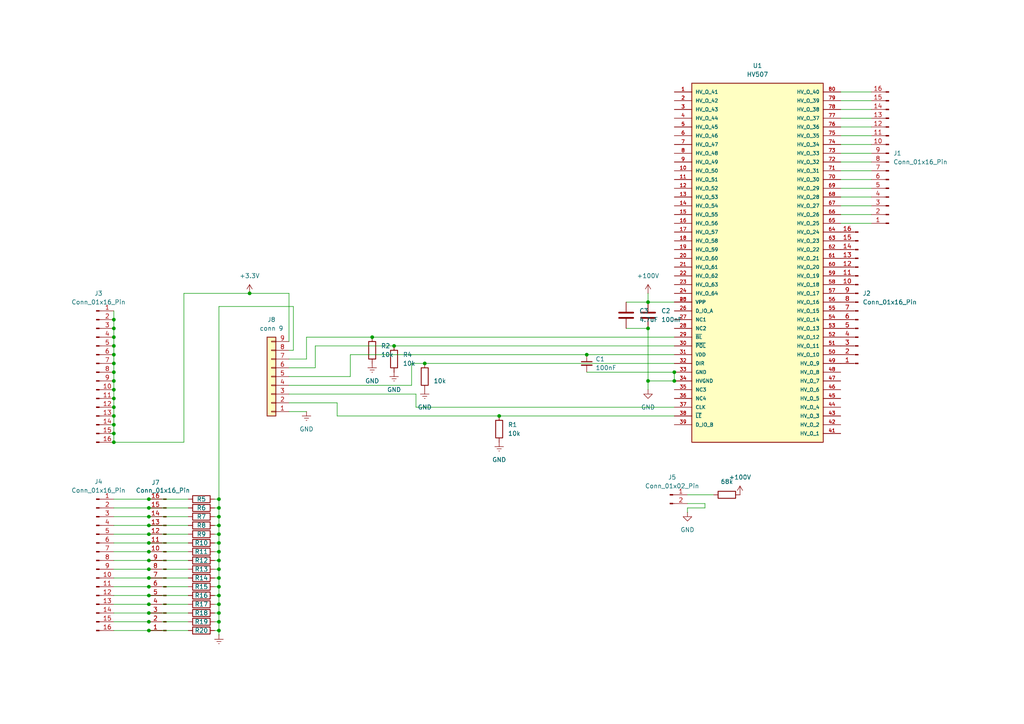
<source format=kicad_sch>
(kicad_sch
	(version 20250114)
	(generator "eeschema")
	(generator_version "9.0")
	(uuid "8ab35b07-fe9a-446a-9911-0c91b0be4aa4")
	(paper "A4")
	(lib_symbols
		(symbol "Connector:Conn_01x02_Pin"
			(pin_names
				(offset 1.016)
				(hide yes)
			)
			(exclude_from_sim no)
			(in_bom yes)
			(on_board yes)
			(property "Reference" "J"
				(at 0 2.54 0)
				(effects
					(font
						(size 1.27 1.27)
					)
				)
			)
			(property "Value" "Conn_01x02_Pin"
				(at 0 -5.08 0)
				(effects
					(font
						(size 1.27 1.27)
					)
				)
			)
			(property "Footprint" ""
				(at 0 0 0)
				(effects
					(font
						(size 1.27 1.27)
					)
					(hide yes)
				)
			)
			(property "Datasheet" "~"
				(at 0 0 0)
				(effects
					(font
						(size 1.27 1.27)
					)
					(hide yes)
				)
			)
			(property "Description" "Generic connector, single row, 01x02, script generated"
				(at 0 0 0)
				(effects
					(font
						(size 1.27 1.27)
					)
					(hide yes)
				)
			)
			(property "ki_locked" ""
				(at 0 0 0)
				(effects
					(font
						(size 1.27 1.27)
					)
				)
			)
			(property "ki_keywords" "connector"
				(at 0 0 0)
				(effects
					(font
						(size 1.27 1.27)
					)
					(hide yes)
				)
			)
			(property "ki_fp_filters" "Connector*:*_1x??_*"
				(at 0 0 0)
				(effects
					(font
						(size 1.27 1.27)
					)
					(hide yes)
				)
			)
			(symbol "Conn_01x02_Pin_1_1"
				(rectangle
					(start 0.8636 0.127)
					(end 0 -0.127)
					(stroke
						(width 0.1524)
						(type default)
					)
					(fill
						(type outline)
					)
				)
				(rectangle
					(start 0.8636 -2.413)
					(end 0 -2.667)
					(stroke
						(width 0.1524)
						(type default)
					)
					(fill
						(type outline)
					)
				)
				(polyline
					(pts
						(xy 1.27 0) (xy 0.8636 0)
					)
					(stroke
						(width 0.1524)
						(type default)
					)
					(fill
						(type none)
					)
				)
				(polyline
					(pts
						(xy 1.27 -2.54) (xy 0.8636 -2.54)
					)
					(stroke
						(width 0.1524)
						(type default)
					)
					(fill
						(type none)
					)
				)
				(pin passive line
					(at 5.08 0 180)
					(length 3.81)
					(name "Pin_1"
						(effects
							(font
								(size 1.27 1.27)
							)
						)
					)
					(number "1"
						(effects
							(font
								(size 1.27 1.27)
							)
						)
					)
				)
				(pin passive line
					(at 5.08 -2.54 180)
					(length 3.81)
					(name "Pin_2"
						(effects
							(font
								(size 1.27 1.27)
							)
						)
					)
					(number "2"
						(effects
							(font
								(size 1.27 1.27)
							)
						)
					)
				)
			)
			(embedded_fonts no)
		)
		(symbol "Connector:Conn_01x16_Pin"
			(pin_names
				(offset 1.016)
				(hide yes)
			)
			(exclude_from_sim no)
			(in_bom yes)
			(on_board yes)
			(property "Reference" "J"
				(at 0 20.32 0)
				(effects
					(font
						(size 1.27 1.27)
					)
				)
			)
			(property "Value" "Conn_01x16_Pin"
				(at 0 -22.86 0)
				(effects
					(font
						(size 1.27 1.27)
					)
				)
			)
			(property "Footprint" ""
				(at 0 0 0)
				(effects
					(font
						(size 1.27 1.27)
					)
					(hide yes)
				)
			)
			(property "Datasheet" "~"
				(at 0 0 0)
				(effects
					(font
						(size 1.27 1.27)
					)
					(hide yes)
				)
			)
			(property "Description" "Generic connector, single row, 01x16, script generated"
				(at 0 0 0)
				(effects
					(font
						(size 1.27 1.27)
					)
					(hide yes)
				)
			)
			(property "ki_locked" ""
				(at 0 0 0)
				(effects
					(font
						(size 1.27 1.27)
					)
				)
			)
			(property "ki_keywords" "connector"
				(at 0 0 0)
				(effects
					(font
						(size 1.27 1.27)
					)
					(hide yes)
				)
			)
			(property "ki_fp_filters" "Connector*:*_1x??_*"
				(at 0 0 0)
				(effects
					(font
						(size 1.27 1.27)
					)
					(hide yes)
				)
			)
			(symbol "Conn_01x16_Pin_1_1"
				(rectangle
					(start 0.8636 17.907)
					(end 0 17.653)
					(stroke
						(width 0.1524)
						(type default)
					)
					(fill
						(type outline)
					)
				)
				(rectangle
					(start 0.8636 15.367)
					(end 0 15.113)
					(stroke
						(width 0.1524)
						(type default)
					)
					(fill
						(type outline)
					)
				)
				(rectangle
					(start 0.8636 12.827)
					(end 0 12.573)
					(stroke
						(width 0.1524)
						(type default)
					)
					(fill
						(type outline)
					)
				)
				(rectangle
					(start 0.8636 10.287)
					(end 0 10.033)
					(stroke
						(width 0.1524)
						(type default)
					)
					(fill
						(type outline)
					)
				)
				(rectangle
					(start 0.8636 7.747)
					(end 0 7.493)
					(stroke
						(width 0.1524)
						(type default)
					)
					(fill
						(type outline)
					)
				)
				(rectangle
					(start 0.8636 5.207)
					(end 0 4.953)
					(stroke
						(width 0.1524)
						(type default)
					)
					(fill
						(type outline)
					)
				)
				(rectangle
					(start 0.8636 2.667)
					(end 0 2.413)
					(stroke
						(width 0.1524)
						(type default)
					)
					(fill
						(type outline)
					)
				)
				(rectangle
					(start 0.8636 0.127)
					(end 0 -0.127)
					(stroke
						(width 0.1524)
						(type default)
					)
					(fill
						(type outline)
					)
				)
				(rectangle
					(start 0.8636 -2.413)
					(end 0 -2.667)
					(stroke
						(width 0.1524)
						(type default)
					)
					(fill
						(type outline)
					)
				)
				(rectangle
					(start 0.8636 -4.953)
					(end 0 -5.207)
					(stroke
						(width 0.1524)
						(type default)
					)
					(fill
						(type outline)
					)
				)
				(rectangle
					(start 0.8636 -7.493)
					(end 0 -7.747)
					(stroke
						(width 0.1524)
						(type default)
					)
					(fill
						(type outline)
					)
				)
				(rectangle
					(start 0.8636 -10.033)
					(end 0 -10.287)
					(stroke
						(width 0.1524)
						(type default)
					)
					(fill
						(type outline)
					)
				)
				(rectangle
					(start 0.8636 -12.573)
					(end 0 -12.827)
					(stroke
						(width 0.1524)
						(type default)
					)
					(fill
						(type outline)
					)
				)
				(rectangle
					(start 0.8636 -15.113)
					(end 0 -15.367)
					(stroke
						(width 0.1524)
						(type default)
					)
					(fill
						(type outline)
					)
				)
				(rectangle
					(start 0.8636 -17.653)
					(end 0 -17.907)
					(stroke
						(width 0.1524)
						(type default)
					)
					(fill
						(type outline)
					)
				)
				(rectangle
					(start 0.8636 -20.193)
					(end 0 -20.447)
					(stroke
						(width 0.1524)
						(type default)
					)
					(fill
						(type outline)
					)
				)
				(polyline
					(pts
						(xy 1.27 17.78) (xy 0.8636 17.78)
					)
					(stroke
						(width 0.1524)
						(type default)
					)
					(fill
						(type none)
					)
				)
				(polyline
					(pts
						(xy 1.27 15.24) (xy 0.8636 15.24)
					)
					(stroke
						(width 0.1524)
						(type default)
					)
					(fill
						(type none)
					)
				)
				(polyline
					(pts
						(xy 1.27 12.7) (xy 0.8636 12.7)
					)
					(stroke
						(width 0.1524)
						(type default)
					)
					(fill
						(type none)
					)
				)
				(polyline
					(pts
						(xy 1.27 10.16) (xy 0.8636 10.16)
					)
					(stroke
						(width 0.1524)
						(type default)
					)
					(fill
						(type none)
					)
				)
				(polyline
					(pts
						(xy 1.27 7.62) (xy 0.8636 7.62)
					)
					(stroke
						(width 0.1524)
						(type default)
					)
					(fill
						(type none)
					)
				)
				(polyline
					(pts
						(xy 1.27 5.08) (xy 0.8636 5.08)
					)
					(stroke
						(width 0.1524)
						(type default)
					)
					(fill
						(type none)
					)
				)
				(polyline
					(pts
						(xy 1.27 2.54) (xy 0.8636 2.54)
					)
					(stroke
						(width 0.1524)
						(type default)
					)
					(fill
						(type none)
					)
				)
				(polyline
					(pts
						(xy 1.27 0) (xy 0.8636 0)
					)
					(stroke
						(width 0.1524)
						(type default)
					)
					(fill
						(type none)
					)
				)
				(polyline
					(pts
						(xy 1.27 -2.54) (xy 0.8636 -2.54)
					)
					(stroke
						(width 0.1524)
						(type default)
					)
					(fill
						(type none)
					)
				)
				(polyline
					(pts
						(xy 1.27 -5.08) (xy 0.8636 -5.08)
					)
					(stroke
						(width 0.1524)
						(type default)
					)
					(fill
						(type none)
					)
				)
				(polyline
					(pts
						(xy 1.27 -7.62) (xy 0.8636 -7.62)
					)
					(stroke
						(width 0.1524)
						(type default)
					)
					(fill
						(type none)
					)
				)
				(polyline
					(pts
						(xy 1.27 -10.16) (xy 0.8636 -10.16)
					)
					(stroke
						(width 0.1524)
						(type default)
					)
					(fill
						(type none)
					)
				)
				(polyline
					(pts
						(xy 1.27 -12.7) (xy 0.8636 -12.7)
					)
					(stroke
						(width 0.1524)
						(type default)
					)
					(fill
						(type none)
					)
				)
				(polyline
					(pts
						(xy 1.27 -15.24) (xy 0.8636 -15.24)
					)
					(stroke
						(width 0.1524)
						(type default)
					)
					(fill
						(type none)
					)
				)
				(polyline
					(pts
						(xy 1.27 -17.78) (xy 0.8636 -17.78)
					)
					(stroke
						(width 0.1524)
						(type default)
					)
					(fill
						(type none)
					)
				)
				(polyline
					(pts
						(xy 1.27 -20.32) (xy 0.8636 -20.32)
					)
					(stroke
						(width 0.1524)
						(type default)
					)
					(fill
						(type none)
					)
				)
				(pin passive line
					(at 5.08 17.78 180)
					(length 3.81)
					(name "Pin_1"
						(effects
							(font
								(size 1.27 1.27)
							)
						)
					)
					(number "1"
						(effects
							(font
								(size 1.27 1.27)
							)
						)
					)
				)
				(pin passive line
					(at 5.08 15.24 180)
					(length 3.81)
					(name "Pin_2"
						(effects
							(font
								(size 1.27 1.27)
							)
						)
					)
					(number "2"
						(effects
							(font
								(size 1.27 1.27)
							)
						)
					)
				)
				(pin passive line
					(at 5.08 12.7 180)
					(length 3.81)
					(name "Pin_3"
						(effects
							(font
								(size 1.27 1.27)
							)
						)
					)
					(number "3"
						(effects
							(font
								(size 1.27 1.27)
							)
						)
					)
				)
				(pin passive line
					(at 5.08 10.16 180)
					(length 3.81)
					(name "Pin_4"
						(effects
							(font
								(size 1.27 1.27)
							)
						)
					)
					(number "4"
						(effects
							(font
								(size 1.27 1.27)
							)
						)
					)
				)
				(pin passive line
					(at 5.08 7.62 180)
					(length 3.81)
					(name "Pin_5"
						(effects
							(font
								(size 1.27 1.27)
							)
						)
					)
					(number "5"
						(effects
							(font
								(size 1.27 1.27)
							)
						)
					)
				)
				(pin passive line
					(at 5.08 5.08 180)
					(length 3.81)
					(name "Pin_6"
						(effects
							(font
								(size 1.27 1.27)
							)
						)
					)
					(number "6"
						(effects
							(font
								(size 1.27 1.27)
							)
						)
					)
				)
				(pin passive line
					(at 5.08 2.54 180)
					(length 3.81)
					(name "Pin_7"
						(effects
							(font
								(size 1.27 1.27)
							)
						)
					)
					(number "7"
						(effects
							(font
								(size 1.27 1.27)
							)
						)
					)
				)
				(pin passive line
					(at 5.08 0 180)
					(length 3.81)
					(name "Pin_8"
						(effects
							(font
								(size 1.27 1.27)
							)
						)
					)
					(number "8"
						(effects
							(font
								(size 1.27 1.27)
							)
						)
					)
				)
				(pin passive line
					(at 5.08 -2.54 180)
					(length 3.81)
					(name "Pin_9"
						(effects
							(font
								(size 1.27 1.27)
							)
						)
					)
					(number "9"
						(effects
							(font
								(size 1.27 1.27)
							)
						)
					)
				)
				(pin passive line
					(at 5.08 -5.08 180)
					(length 3.81)
					(name "Pin_10"
						(effects
							(font
								(size 1.27 1.27)
							)
						)
					)
					(number "10"
						(effects
							(font
								(size 1.27 1.27)
							)
						)
					)
				)
				(pin passive line
					(at 5.08 -7.62 180)
					(length 3.81)
					(name "Pin_11"
						(effects
							(font
								(size 1.27 1.27)
							)
						)
					)
					(number "11"
						(effects
							(font
								(size 1.27 1.27)
							)
						)
					)
				)
				(pin passive line
					(at 5.08 -10.16 180)
					(length 3.81)
					(name "Pin_12"
						(effects
							(font
								(size 1.27 1.27)
							)
						)
					)
					(number "12"
						(effects
							(font
								(size 1.27 1.27)
							)
						)
					)
				)
				(pin passive line
					(at 5.08 -12.7 180)
					(length 3.81)
					(name "Pin_13"
						(effects
							(font
								(size 1.27 1.27)
							)
						)
					)
					(number "13"
						(effects
							(font
								(size 1.27 1.27)
							)
						)
					)
				)
				(pin passive line
					(at 5.08 -15.24 180)
					(length 3.81)
					(name "Pin_14"
						(effects
							(font
								(size 1.27 1.27)
							)
						)
					)
					(number "14"
						(effects
							(font
								(size 1.27 1.27)
							)
						)
					)
				)
				(pin passive line
					(at 5.08 -17.78 180)
					(length 3.81)
					(name "Pin_15"
						(effects
							(font
								(size 1.27 1.27)
							)
						)
					)
					(number "15"
						(effects
							(font
								(size 1.27 1.27)
							)
						)
					)
				)
				(pin passive line
					(at 5.08 -20.32 180)
					(length 3.81)
					(name "Pin_16"
						(effects
							(font
								(size 1.27 1.27)
							)
						)
					)
					(number "16"
						(effects
							(font
								(size 1.27 1.27)
							)
						)
					)
				)
			)
			(embedded_fonts no)
		)
		(symbol "Connector_Generic:Conn_01x09"
			(pin_names
				(offset 1.016)
				(hide yes)
			)
			(exclude_from_sim no)
			(in_bom yes)
			(on_board yes)
			(property "Reference" "J"
				(at 0 12.7 0)
				(effects
					(font
						(size 1.27 1.27)
					)
				)
			)
			(property "Value" "Conn_01x09"
				(at 0 -12.7 0)
				(effects
					(font
						(size 1.27 1.27)
					)
				)
			)
			(property "Footprint" ""
				(at 0 0 0)
				(effects
					(font
						(size 1.27 1.27)
					)
					(hide yes)
				)
			)
			(property "Datasheet" "~"
				(at 0 0 0)
				(effects
					(font
						(size 1.27 1.27)
					)
					(hide yes)
				)
			)
			(property "Description" "Generic connector, single row, 01x09, script generated (kicad-library-utils/schlib/autogen/connector/)"
				(at 0 0 0)
				(effects
					(font
						(size 1.27 1.27)
					)
					(hide yes)
				)
			)
			(property "ki_keywords" "connector"
				(at 0 0 0)
				(effects
					(font
						(size 1.27 1.27)
					)
					(hide yes)
				)
			)
			(property "ki_fp_filters" "Connector*:*_1x??_*"
				(at 0 0 0)
				(effects
					(font
						(size 1.27 1.27)
					)
					(hide yes)
				)
			)
			(symbol "Conn_01x09_1_1"
				(rectangle
					(start -1.27 11.43)
					(end 1.27 -11.43)
					(stroke
						(width 0.254)
						(type default)
					)
					(fill
						(type background)
					)
				)
				(rectangle
					(start -1.27 10.287)
					(end 0 10.033)
					(stroke
						(width 0.1524)
						(type default)
					)
					(fill
						(type none)
					)
				)
				(rectangle
					(start -1.27 7.747)
					(end 0 7.493)
					(stroke
						(width 0.1524)
						(type default)
					)
					(fill
						(type none)
					)
				)
				(rectangle
					(start -1.27 5.207)
					(end 0 4.953)
					(stroke
						(width 0.1524)
						(type default)
					)
					(fill
						(type none)
					)
				)
				(rectangle
					(start -1.27 2.667)
					(end 0 2.413)
					(stroke
						(width 0.1524)
						(type default)
					)
					(fill
						(type none)
					)
				)
				(rectangle
					(start -1.27 0.127)
					(end 0 -0.127)
					(stroke
						(width 0.1524)
						(type default)
					)
					(fill
						(type none)
					)
				)
				(rectangle
					(start -1.27 -2.413)
					(end 0 -2.667)
					(stroke
						(width 0.1524)
						(type default)
					)
					(fill
						(type none)
					)
				)
				(rectangle
					(start -1.27 -4.953)
					(end 0 -5.207)
					(stroke
						(width 0.1524)
						(type default)
					)
					(fill
						(type none)
					)
				)
				(rectangle
					(start -1.27 -7.493)
					(end 0 -7.747)
					(stroke
						(width 0.1524)
						(type default)
					)
					(fill
						(type none)
					)
				)
				(rectangle
					(start -1.27 -10.033)
					(end 0 -10.287)
					(stroke
						(width 0.1524)
						(type default)
					)
					(fill
						(type none)
					)
				)
				(pin passive line
					(at -5.08 10.16 0)
					(length 3.81)
					(name "Pin_1"
						(effects
							(font
								(size 1.27 1.27)
							)
						)
					)
					(number "1"
						(effects
							(font
								(size 1.27 1.27)
							)
						)
					)
				)
				(pin passive line
					(at -5.08 7.62 0)
					(length 3.81)
					(name "Pin_2"
						(effects
							(font
								(size 1.27 1.27)
							)
						)
					)
					(number "2"
						(effects
							(font
								(size 1.27 1.27)
							)
						)
					)
				)
				(pin passive line
					(at -5.08 5.08 0)
					(length 3.81)
					(name "Pin_3"
						(effects
							(font
								(size 1.27 1.27)
							)
						)
					)
					(number "3"
						(effects
							(font
								(size 1.27 1.27)
							)
						)
					)
				)
				(pin passive line
					(at -5.08 2.54 0)
					(length 3.81)
					(name "Pin_4"
						(effects
							(font
								(size 1.27 1.27)
							)
						)
					)
					(number "4"
						(effects
							(font
								(size 1.27 1.27)
							)
						)
					)
				)
				(pin passive line
					(at -5.08 0 0)
					(length 3.81)
					(name "Pin_5"
						(effects
							(font
								(size 1.27 1.27)
							)
						)
					)
					(number "5"
						(effects
							(font
								(size 1.27 1.27)
							)
						)
					)
				)
				(pin passive line
					(at -5.08 -2.54 0)
					(length 3.81)
					(name "Pin_6"
						(effects
							(font
								(size 1.27 1.27)
							)
						)
					)
					(number "6"
						(effects
							(font
								(size 1.27 1.27)
							)
						)
					)
				)
				(pin passive line
					(at -5.08 -5.08 0)
					(length 3.81)
					(name "Pin_7"
						(effects
							(font
								(size 1.27 1.27)
							)
						)
					)
					(number "7"
						(effects
							(font
								(size 1.27 1.27)
							)
						)
					)
				)
				(pin passive line
					(at -5.08 -7.62 0)
					(length 3.81)
					(name "Pin_8"
						(effects
							(font
								(size 1.27 1.27)
							)
						)
					)
					(number "8"
						(effects
							(font
								(size 1.27 1.27)
							)
						)
					)
				)
				(pin passive line
					(at -5.08 -10.16 0)
					(length 3.81)
					(name "Pin_9"
						(effects
							(font
								(size 1.27 1.27)
							)
						)
					)
					(number "9"
						(effects
							(font
								(size 1.27 1.27)
							)
						)
					)
				)
			)
			(embedded_fonts no)
		)
		(symbol "Device:C"
			(pin_numbers
				(hide yes)
			)
			(pin_names
				(offset 0.254)
			)
			(exclude_from_sim no)
			(in_bom yes)
			(on_board yes)
			(property "Reference" "C"
				(at 0.635 2.54 0)
				(effects
					(font
						(size 1.27 1.27)
					)
					(justify left)
				)
			)
			(property "Value" "C"
				(at 0.635 -2.54 0)
				(effects
					(font
						(size 1.27 1.27)
					)
					(justify left)
				)
			)
			(property "Footprint" ""
				(at 0.9652 -3.81 0)
				(effects
					(font
						(size 1.27 1.27)
					)
					(hide yes)
				)
			)
			(property "Datasheet" "~"
				(at 0 0 0)
				(effects
					(font
						(size 1.27 1.27)
					)
					(hide yes)
				)
			)
			(property "Description" "Unpolarized capacitor"
				(at 0 0 0)
				(effects
					(font
						(size 1.27 1.27)
					)
					(hide yes)
				)
			)
			(property "ki_keywords" "cap capacitor"
				(at 0 0 0)
				(effects
					(font
						(size 1.27 1.27)
					)
					(hide yes)
				)
			)
			(property "ki_fp_filters" "C_*"
				(at 0 0 0)
				(effects
					(font
						(size 1.27 1.27)
					)
					(hide yes)
				)
			)
			(symbol "C_0_1"
				(polyline
					(pts
						(xy -2.032 0.762) (xy 2.032 0.762)
					)
					(stroke
						(width 0.508)
						(type default)
					)
					(fill
						(type none)
					)
				)
				(polyline
					(pts
						(xy -2.032 -0.762) (xy 2.032 -0.762)
					)
					(stroke
						(width 0.508)
						(type default)
					)
					(fill
						(type none)
					)
				)
			)
			(symbol "C_1_1"
				(pin passive line
					(at 0 3.81 270)
					(length 2.794)
					(name "~"
						(effects
							(font
								(size 1.27 1.27)
							)
						)
					)
					(number "1"
						(effects
							(font
								(size 1.27 1.27)
							)
						)
					)
				)
				(pin passive line
					(at 0 -3.81 90)
					(length 2.794)
					(name "~"
						(effects
							(font
								(size 1.27 1.27)
							)
						)
					)
					(number "2"
						(effects
							(font
								(size 1.27 1.27)
							)
						)
					)
				)
			)
			(embedded_fonts no)
		)
		(symbol "Device:C_Small"
			(pin_numbers
				(hide yes)
			)
			(pin_names
				(offset 0.254)
				(hide yes)
			)
			(exclude_from_sim no)
			(in_bom yes)
			(on_board yes)
			(property "Reference" "C"
				(at 0.254 1.778 0)
				(effects
					(font
						(size 1.27 1.27)
					)
					(justify left)
				)
			)
			(property "Value" "C_Small"
				(at 0.254 -2.032 0)
				(effects
					(font
						(size 1.27 1.27)
					)
					(justify left)
				)
			)
			(property "Footprint" ""
				(at 0 0 0)
				(effects
					(font
						(size 1.27 1.27)
					)
					(hide yes)
				)
			)
			(property "Datasheet" "~"
				(at 0 0 0)
				(effects
					(font
						(size 1.27 1.27)
					)
					(hide yes)
				)
			)
			(property "Description" "Unpolarized capacitor, small symbol"
				(at 0 0 0)
				(effects
					(font
						(size 1.27 1.27)
					)
					(hide yes)
				)
			)
			(property "ki_keywords" "capacitor cap"
				(at 0 0 0)
				(effects
					(font
						(size 1.27 1.27)
					)
					(hide yes)
				)
			)
			(property "ki_fp_filters" "C_*"
				(at 0 0 0)
				(effects
					(font
						(size 1.27 1.27)
					)
					(hide yes)
				)
			)
			(symbol "C_Small_0_1"
				(polyline
					(pts
						(xy -1.524 0.508) (xy 1.524 0.508)
					)
					(stroke
						(width 0.3048)
						(type default)
					)
					(fill
						(type none)
					)
				)
				(polyline
					(pts
						(xy -1.524 -0.508) (xy 1.524 -0.508)
					)
					(stroke
						(width 0.3302)
						(type default)
					)
					(fill
						(type none)
					)
				)
			)
			(symbol "C_Small_1_1"
				(pin passive line
					(at 0 2.54 270)
					(length 2.032)
					(name "~"
						(effects
							(font
								(size 1.27 1.27)
							)
						)
					)
					(number "1"
						(effects
							(font
								(size 1.27 1.27)
							)
						)
					)
				)
				(pin passive line
					(at 0 -2.54 90)
					(length 2.032)
					(name "~"
						(effects
							(font
								(size 1.27 1.27)
							)
						)
					)
					(number "2"
						(effects
							(font
								(size 1.27 1.27)
							)
						)
					)
				)
			)
			(embedded_fonts no)
		)
		(symbol "Device:R"
			(pin_numbers
				(hide yes)
			)
			(pin_names
				(offset 0)
			)
			(exclude_from_sim no)
			(in_bom yes)
			(on_board yes)
			(property "Reference" "R"
				(at 2.032 0 90)
				(effects
					(font
						(size 1.27 1.27)
					)
				)
			)
			(property "Value" "R"
				(at 0 0 90)
				(effects
					(font
						(size 1.27 1.27)
					)
				)
			)
			(property "Footprint" ""
				(at -1.778 0 90)
				(effects
					(font
						(size 1.27 1.27)
					)
					(hide yes)
				)
			)
			(property "Datasheet" "~"
				(at 0 0 0)
				(effects
					(font
						(size 1.27 1.27)
					)
					(hide yes)
				)
			)
			(property "Description" "Resistor"
				(at 0 0 0)
				(effects
					(font
						(size 1.27 1.27)
					)
					(hide yes)
				)
			)
			(property "ki_keywords" "R res resistor"
				(at 0 0 0)
				(effects
					(font
						(size 1.27 1.27)
					)
					(hide yes)
				)
			)
			(property "ki_fp_filters" "R_*"
				(at 0 0 0)
				(effects
					(font
						(size 1.27 1.27)
					)
					(hide yes)
				)
			)
			(symbol "R_0_1"
				(rectangle
					(start -1.016 -2.54)
					(end 1.016 2.54)
					(stroke
						(width 0.254)
						(type default)
					)
					(fill
						(type none)
					)
				)
			)
			(symbol "R_1_1"
				(pin passive line
					(at 0 3.81 270)
					(length 1.27)
					(name "~"
						(effects
							(font
								(size 1.27 1.27)
							)
						)
					)
					(number "1"
						(effects
							(font
								(size 1.27 1.27)
							)
						)
					)
				)
				(pin passive line
					(at 0 -3.81 90)
					(length 1.27)
					(name "~"
						(effects
							(font
								(size 1.27 1.27)
							)
						)
					)
					(number "2"
						(effects
							(font
								(size 1.27 1.27)
							)
						)
					)
				)
			)
			(embedded_fonts no)
		)
		(symbol "HV507:HV507"
			(pin_names
				(offset 1.016)
			)
			(exclude_from_sim no)
			(in_bom yes)
			(on_board yes)
			(property "Reference" "U"
				(at -17.8091 48.3391 0)
				(effects
					(font
						(size 1.27 1.27)
					)
					(justify left bottom)
				)
			)
			(property "Value" "HV507"
				(at -17.785 -66.0584 0)
				(effects
					(font
						(size 1.27 1.27)
					)
					(justify left bottom)
				)
			)
			(property "Footprint" "HV507:HV507PG-G"
				(at 0 0 0)
				(effects
					(font
						(size 1.27 1.27)
					)
					(justify bottom)
					(hide yes)
				)
			)
			(property "Datasheet" ""
				(at 0 0 0)
				(effects
					(font
						(size 1.27 1.27)
					)
					(hide yes)
				)
			)
			(property "Description" ""
				(at 0 0 0)
				(effects
					(font
						(size 1.27 1.27)
					)
					(hide yes)
				)
			)
			(property "MF" "Supertex"
				(at 0 0 0)
				(effects
					(font
						(size 1.27 1.27)
					)
					(justify bottom)
					(hide yes)
				)
			)
			(property "Description_1" "Shift Shift Register 1 Element 64 Bit 80-PQFP (14x20)"
				(at 0 0 0)
				(effects
					(font
						(size 1.27 1.27)
					)
					(justify bottom)
					(hide yes)
				)
			)
			(property "Package" "None"
				(at 0 0 0)
				(effects
					(font
						(size 1.27 1.27)
					)
					(justify bottom)
					(hide yes)
				)
			)
			(property "Price" "None"
				(at 0 0 0)
				(effects
					(font
						(size 1.27 1.27)
					)
					(justify bottom)
					(hide yes)
				)
			)
			(property "SnapEDA_Link" "https://www.snapeda.com/parts/HV507/Supertex/view-part/?ref=snap"
				(at 0 0 0)
				(effects
					(font
						(size 1.27 1.27)
					)
					(justify bottom)
					(hide yes)
				)
			)
			(property "MP" "HV507"
				(at 0 0 0)
				(effects
					(font
						(size 1.27 1.27)
					)
					(justify bottom)
					(hide yes)
				)
			)
			(property "Availability" "Not in stock"
				(at 0 0 0)
				(effects
					(font
						(size 1.27 1.27)
					)
					(justify bottom)
					(hide yes)
				)
			)
			(property "Check_prices" "https://www.snapeda.com/parts/HV507/Supertex/view-part/?ref=eda"
				(at 0 0 0)
				(effects
					(font
						(size 1.27 1.27)
					)
					(justify bottom)
					(hide yes)
				)
			)
			(symbol "HV507_0_0"
				(rectangle
					(start -20.32 -58.42)
					(end 17.78 45.72)
					(stroke
						(width 0.254)
						(type default)
					)
					(fill
						(type background)
					)
				)
				(pin bidirectional line
					(at -25.4 43.18 0)
					(length 5.08)
					(name "HV_O_41"
						(effects
							(font
								(size 1.016 1.016)
							)
						)
					)
					(number "1"
						(effects
							(font
								(size 1.016 1.016)
							)
						)
					)
				)
				(pin bidirectional line
					(at -25.4 40.64 0)
					(length 5.08)
					(name "HV_O_42"
						(effects
							(font
								(size 1.016 1.016)
							)
						)
					)
					(number "2"
						(effects
							(font
								(size 1.016 1.016)
							)
						)
					)
				)
				(pin bidirectional line
					(at -25.4 38.1 0)
					(length 5.08)
					(name "HV_O_43"
						(effects
							(font
								(size 1.016 1.016)
							)
						)
					)
					(number "3"
						(effects
							(font
								(size 1.016 1.016)
							)
						)
					)
				)
				(pin bidirectional line
					(at -25.4 35.56 0)
					(length 5.08)
					(name "HV_O_44"
						(effects
							(font
								(size 1.016 1.016)
							)
						)
					)
					(number "4"
						(effects
							(font
								(size 1.016 1.016)
							)
						)
					)
				)
				(pin bidirectional line
					(at -25.4 33.02 0)
					(length 5.08)
					(name "HV_O_45"
						(effects
							(font
								(size 1.016 1.016)
							)
						)
					)
					(number "5"
						(effects
							(font
								(size 1.016 1.016)
							)
						)
					)
				)
				(pin bidirectional line
					(at -25.4 30.48 0)
					(length 5.08)
					(name "HV_O_46"
						(effects
							(font
								(size 1.016 1.016)
							)
						)
					)
					(number "6"
						(effects
							(font
								(size 1.016 1.016)
							)
						)
					)
				)
				(pin bidirectional line
					(at -25.4 27.94 0)
					(length 5.08)
					(name "HV_O_47"
						(effects
							(font
								(size 1.016 1.016)
							)
						)
					)
					(number "7"
						(effects
							(font
								(size 1.016 1.016)
							)
						)
					)
				)
				(pin bidirectional line
					(at -25.4 25.4 0)
					(length 5.08)
					(name "HV_O_48"
						(effects
							(font
								(size 1.016 1.016)
							)
						)
					)
					(number "8"
						(effects
							(font
								(size 1.016 1.016)
							)
						)
					)
				)
				(pin bidirectional line
					(at -25.4 22.86 0)
					(length 5.08)
					(name "HV_O_49"
						(effects
							(font
								(size 1.016 1.016)
							)
						)
					)
					(number "9"
						(effects
							(font
								(size 1.016 1.016)
							)
						)
					)
				)
				(pin bidirectional line
					(at -25.4 20.32 0)
					(length 5.08)
					(name "HV_O_50"
						(effects
							(font
								(size 1.016 1.016)
							)
						)
					)
					(number "10"
						(effects
							(font
								(size 1.016 1.016)
							)
						)
					)
				)
				(pin bidirectional line
					(at -25.4 17.78 0)
					(length 5.08)
					(name "HV_O_51"
						(effects
							(font
								(size 1.016 1.016)
							)
						)
					)
					(number "11"
						(effects
							(font
								(size 1.016 1.016)
							)
						)
					)
				)
				(pin bidirectional line
					(at -25.4 15.24 0)
					(length 5.08)
					(name "HV_O_52"
						(effects
							(font
								(size 1.016 1.016)
							)
						)
					)
					(number "12"
						(effects
							(font
								(size 1.016 1.016)
							)
						)
					)
				)
				(pin bidirectional line
					(at -25.4 12.7 0)
					(length 5.08)
					(name "HV_O_53"
						(effects
							(font
								(size 1.016 1.016)
							)
						)
					)
					(number "13"
						(effects
							(font
								(size 1.016 1.016)
							)
						)
					)
				)
				(pin bidirectional line
					(at -25.4 10.16 0)
					(length 5.08)
					(name "HV_O_54"
						(effects
							(font
								(size 1.016 1.016)
							)
						)
					)
					(number "14"
						(effects
							(font
								(size 1.016 1.016)
							)
						)
					)
				)
				(pin bidirectional line
					(at -25.4 7.62 0)
					(length 5.08)
					(name "HV_O_55"
						(effects
							(font
								(size 1.016 1.016)
							)
						)
					)
					(number "15"
						(effects
							(font
								(size 1.016 1.016)
							)
						)
					)
				)
				(pin bidirectional line
					(at -25.4 5.08 0)
					(length 5.08)
					(name "HV_O_56"
						(effects
							(font
								(size 1.016 1.016)
							)
						)
					)
					(number "16"
						(effects
							(font
								(size 1.016 1.016)
							)
						)
					)
				)
				(pin bidirectional line
					(at -25.4 2.54 0)
					(length 5.08)
					(name "HV_O_57"
						(effects
							(font
								(size 1.016 1.016)
							)
						)
					)
					(number "17"
						(effects
							(font
								(size 1.016 1.016)
							)
						)
					)
				)
				(pin bidirectional line
					(at -25.4 0 0)
					(length 5.08)
					(name "HV_O_58"
						(effects
							(font
								(size 1.016 1.016)
							)
						)
					)
					(number "18"
						(effects
							(font
								(size 1.016 1.016)
							)
						)
					)
				)
				(pin bidirectional line
					(at -25.4 -2.54 0)
					(length 5.08)
					(name "HV_O_59"
						(effects
							(font
								(size 1.016 1.016)
							)
						)
					)
					(number "19"
						(effects
							(font
								(size 1.016 1.016)
							)
						)
					)
				)
				(pin bidirectional line
					(at -25.4 -5.08 0)
					(length 5.08)
					(name "HV_O_60"
						(effects
							(font
								(size 1.016 1.016)
							)
						)
					)
					(number "20"
						(effects
							(font
								(size 1.016 1.016)
							)
						)
					)
				)
				(pin bidirectional line
					(at -25.4 -7.62 0)
					(length 5.08)
					(name "HV_O_61"
						(effects
							(font
								(size 1.016 1.016)
							)
						)
					)
					(number "21"
						(effects
							(font
								(size 1.016 1.016)
							)
						)
					)
				)
				(pin bidirectional line
					(at -25.4 -10.16 0)
					(length 5.08)
					(name "HV_O_62"
						(effects
							(font
								(size 1.016 1.016)
							)
						)
					)
					(number "22"
						(effects
							(font
								(size 1.016 1.016)
							)
						)
					)
				)
				(pin bidirectional line
					(at -25.4 -12.7 0)
					(length 5.08)
					(name "HV_O_63"
						(effects
							(font
								(size 1.016 1.016)
							)
						)
					)
					(number "23"
						(effects
							(font
								(size 1.016 1.016)
							)
						)
					)
				)
				(pin bidirectional line
					(at -25.4 -15.24 0)
					(length 5.08)
					(name "HV_O_64"
						(effects
							(font
								(size 1.016 1.016)
							)
						)
					)
					(number "24"
						(effects
							(font
								(size 1.016 1.016)
							)
						)
					)
				)
				(pin bidirectional line
					(at -25.4 -17.78 0)
					(length 5.08)
					(name "VPP"
						(effects
							(font
								(size 1.016 1.016)
							)
						)
					)
					(number "25"
						(effects
							(font
								(size 1.016 1.016)
							)
						)
					)
				)
				(pin bidirectional line
					(at -25.4 -17.78 0)
					(length 5.08)
					(name "VPP"
						(effects
							(font
								(size 1.016 1.016)
							)
						)
					)
					(number "40"
						(effects
							(font
								(size 1.016 1.016)
							)
						)
					)
				)
				(pin bidirectional line
					(at -25.4 -20.32 0)
					(length 5.08)
					(name "D_IO_A"
						(effects
							(font
								(size 1.016 1.016)
							)
						)
					)
					(number "26"
						(effects
							(font
								(size 1.016 1.016)
							)
						)
					)
				)
				(pin bidirectional line
					(at -25.4 -22.86 0)
					(length 5.08)
					(name "NC1"
						(effects
							(font
								(size 1.016 1.016)
							)
						)
					)
					(number "27"
						(effects
							(font
								(size 1.016 1.016)
							)
						)
					)
				)
				(pin bidirectional line
					(at -25.4 -25.4 0)
					(length 5.08)
					(name "NC2"
						(effects
							(font
								(size 1.016 1.016)
							)
						)
					)
					(number "28"
						(effects
							(font
								(size 1.016 1.016)
							)
						)
					)
				)
				(pin bidirectional line
					(at -25.4 -27.94 0)
					(length 5.08)
					(name "~{BL}"
						(effects
							(font
								(size 1.016 1.016)
							)
						)
					)
					(number "29"
						(effects
							(font
								(size 1.016 1.016)
							)
						)
					)
				)
				(pin bidirectional line
					(at -25.4 -30.48 0)
					(length 5.08)
					(name "~{POL}"
						(effects
							(font
								(size 1.016 1.016)
							)
						)
					)
					(number "30"
						(effects
							(font
								(size 1.016 1.016)
							)
						)
					)
				)
				(pin bidirectional line
					(at -25.4 -33.02 0)
					(length 5.08)
					(name "VDD"
						(effects
							(font
								(size 1.016 1.016)
							)
						)
					)
					(number "31"
						(effects
							(font
								(size 1.016 1.016)
							)
						)
					)
				)
				(pin bidirectional line
					(at -25.4 -35.56 0)
					(length 5.08)
					(name "DIR"
						(effects
							(font
								(size 1.016 1.016)
							)
						)
					)
					(number "32"
						(effects
							(font
								(size 1.016 1.016)
							)
						)
					)
				)
				(pin bidirectional line
					(at -25.4 -38.1 0)
					(length 5.08)
					(name "GND"
						(effects
							(font
								(size 1.016 1.016)
							)
						)
					)
					(number "33"
						(effects
							(font
								(size 1.016 1.016)
							)
						)
					)
				)
				(pin bidirectional line
					(at -25.4 -40.64 0)
					(length 5.08)
					(name "HVGND"
						(effects
							(font
								(size 1.016 1.016)
							)
						)
					)
					(number "34"
						(effects
							(font
								(size 1.016 1.016)
							)
						)
					)
				)
				(pin bidirectional line
					(at -25.4 -43.18 0)
					(length 5.08)
					(name "NC3"
						(effects
							(font
								(size 1.016 1.016)
							)
						)
					)
					(number "35"
						(effects
							(font
								(size 1.016 1.016)
							)
						)
					)
				)
				(pin bidirectional line
					(at -25.4 -45.72 0)
					(length 5.08)
					(name "NC4"
						(effects
							(font
								(size 1.016 1.016)
							)
						)
					)
					(number "36"
						(effects
							(font
								(size 1.016 1.016)
							)
						)
					)
				)
				(pin bidirectional line
					(at -25.4 -48.26 0)
					(length 5.08)
					(name "CLK"
						(effects
							(font
								(size 1.016 1.016)
							)
						)
					)
					(number "37"
						(effects
							(font
								(size 1.016 1.016)
							)
						)
					)
				)
				(pin bidirectional line
					(at -25.4 -50.8 0)
					(length 5.08)
					(name "~{LE}"
						(effects
							(font
								(size 1.016 1.016)
							)
						)
					)
					(number "38"
						(effects
							(font
								(size 1.016 1.016)
							)
						)
					)
				)
				(pin bidirectional line
					(at -25.4 -53.34 0)
					(length 5.08)
					(name "D_IO_B"
						(effects
							(font
								(size 1.016 1.016)
							)
						)
					)
					(number "39"
						(effects
							(font
								(size 1.016 1.016)
							)
						)
					)
				)
				(pin bidirectional line
					(at 22.86 43.18 180)
					(length 5.08)
					(name "HV_O_40"
						(effects
							(font
								(size 1.016 1.016)
							)
						)
					)
					(number "80"
						(effects
							(font
								(size 1.016 1.016)
							)
						)
					)
				)
				(pin bidirectional line
					(at 22.86 40.64 180)
					(length 5.08)
					(name "HV_O_39"
						(effects
							(font
								(size 1.016 1.016)
							)
						)
					)
					(number "79"
						(effects
							(font
								(size 1.016 1.016)
							)
						)
					)
				)
				(pin bidirectional line
					(at 22.86 38.1 180)
					(length 5.08)
					(name "HV_O_38"
						(effects
							(font
								(size 1.016 1.016)
							)
						)
					)
					(number "78"
						(effects
							(font
								(size 1.016 1.016)
							)
						)
					)
				)
				(pin bidirectional line
					(at 22.86 35.56 180)
					(length 5.08)
					(name "HV_O_37"
						(effects
							(font
								(size 1.016 1.016)
							)
						)
					)
					(number "77"
						(effects
							(font
								(size 1.016 1.016)
							)
						)
					)
				)
				(pin bidirectional line
					(at 22.86 33.02 180)
					(length 5.08)
					(name "HV_O_36"
						(effects
							(font
								(size 1.016 1.016)
							)
						)
					)
					(number "76"
						(effects
							(font
								(size 1.016 1.016)
							)
						)
					)
				)
				(pin bidirectional line
					(at 22.86 30.48 180)
					(length 5.08)
					(name "HV_O_35"
						(effects
							(font
								(size 1.016 1.016)
							)
						)
					)
					(number "75"
						(effects
							(font
								(size 1.016 1.016)
							)
						)
					)
				)
				(pin bidirectional line
					(at 22.86 27.94 180)
					(length 5.08)
					(name "HV_O_34"
						(effects
							(font
								(size 1.016 1.016)
							)
						)
					)
					(number "74"
						(effects
							(font
								(size 1.016 1.016)
							)
						)
					)
				)
				(pin bidirectional line
					(at 22.86 25.4 180)
					(length 5.08)
					(name "HV_O_33"
						(effects
							(font
								(size 1.016 1.016)
							)
						)
					)
					(number "73"
						(effects
							(font
								(size 1.016 1.016)
							)
						)
					)
				)
				(pin bidirectional line
					(at 22.86 22.86 180)
					(length 5.08)
					(name "HV_O_32"
						(effects
							(font
								(size 1.016 1.016)
							)
						)
					)
					(number "72"
						(effects
							(font
								(size 1.016 1.016)
							)
						)
					)
				)
				(pin bidirectional line
					(at 22.86 20.32 180)
					(length 5.08)
					(name "HV_O_31"
						(effects
							(font
								(size 1.016 1.016)
							)
						)
					)
					(number "71"
						(effects
							(font
								(size 1.016 1.016)
							)
						)
					)
				)
				(pin bidirectional line
					(at 22.86 17.78 180)
					(length 5.08)
					(name "HV_O_30"
						(effects
							(font
								(size 1.016 1.016)
							)
						)
					)
					(number "70"
						(effects
							(font
								(size 1.016 1.016)
							)
						)
					)
				)
				(pin bidirectional line
					(at 22.86 15.24 180)
					(length 5.08)
					(name "HV_O_29"
						(effects
							(font
								(size 1.016 1.016)
							)
						)
					)
					(number "69"
						(effects
							(font
								(size 1.016 1.016)
							)
						)
					)
				)
				(pin bidirectional line
					(at 22.86 12.7 180)
					(length 5.08)
					(name "HV_O_28"
						(effects
							(font
								(size 1.016 1.016)
							)
						)
					)
					(number "68"
						(effects
							(font
								(size 1.016 1.016)
							)
						)
					)
				)
				(pin bidirectional line
					(at 22.86 10.16 180)
					(length 5.08)
					(name "HV_O_27"
						(effects
							(font
								(size 1.016 1.016)
							)
						)
					)
					(number "67"
						(effects
							(font
								(size 1.016 1.016)
							)
						)
					)
				)
				(pin bidirectional line
					(at 22.86 7.62 180)
					(length 5.08)
					(name "HV_O_26"
						(effects
							(font
								(size 1.016 1.016)
							)
						)
					)
					(number "66"
						(effects
							(font
								(size 1.016 1.016)
							)
						)
					)
				)
				(pin bidirectional line
					(at 22.86 5.08 180)
					(length 5.08)
					(name "HV_O_25"
						(effects
							(font
								(size 1.016 1.016)
							)
						)
					)
					(number "65"
						(effects
							(font
								(size 1.016 1.016)
							)
						)
					)
				)
				(pin bidirectional line
					(at 22.86 2.54 180)
					(length 5.08)
					(name "HV_O_24"
						(effects
							(font
								(size 1.016 1.016)
							)
						)
					)
					(number "64"
						(effects
							(font
								(size 1.016 1.016)
							)
						)
					)
				)
				(pin bidirectional line
					(at 22.86 0 180)
					(length 5.08)
					(name "HV_O_23"
						(effects
							(font
								(size 1.016 1.016)
							)
						)
					)
					(number "63"
						(effects
							(font
								(size 1.016 1.016)
							)
						)
					)
				)
				(pin bidirectional line
					(at 22.86 -2.54 180)
					(length 5.08)
					(name "HV_O_22"
						(effects
							(font
								(size 1.016 1.016)
							)
						)
					)
					(number "62"
						(effects
							(font
								(size 1.016 1.016)
							)
						)
					)
				)
				(pin bidirectional line
					(at 22.86 -5.08 180)
					(length 5.08)
					(name "HV_O_21"
						(effects
							(font
								(size 1.016 1.016)
							)
						)
					)
					(number "61"
						(effects
							(font
								(size 1.016 1.016)
							)
						)
					)
				)
				(pin bidirectional line
					(at 22.86 -7.62 180)
					(length 5.08)
					(name "HV_O_20"
						(effects
							(font
								(size 1.016 1.016)
							)
						)
					)
					(number "60"
						(effects
							(font
								(size 1.016 1.016)
							)
						)
					)
				)
				(pin bidirectional line
					(at 22.86 -10.16 180)
					(length 5.08)
					(name "HV_O_19"
						(effects
							(font
								(size 1.016 1.016)
							)
						)
					)
					(number "59"
						(effects
							(font
								(size 1.016 1.016)
							)
						)
					)
				)
				(pin bidirectional line
					(at 22.86 -12.7 180)
					(length 5.08)
					(name "HV_O_18"
						(effects
							(font
								(size 1.016 1.016)
							)
						)
					)
					(number "58"
						(effects
							(font
								(size 1.016 1.016)
							)
						)
					)
				)
				(pin bidirectional line
					(at 22.86 -15.24 180)
					(length 5.08)
					(name "HV_O_17"
						(effects
							(font
								(size 1.016 1.016)
							)
						)
					)
					(number "57"
						(effects
							(font
								(size 1.016 1.016)
							)
						)
					)
				)
				(pin bidirectional line
					(at 22.86 -17.78 180)
					(length 5.08)
					(name "HV_O_16"
						(effects
							(font
								(size 1.016 1.016)
							)
						)
					)
					(number "56"
						(effects
							(font
								(size 1.016 1.016)
							)
						)
					)
				)
				(pin bidirectional line
					(at 22.86 -20.32 180)
					(length 5.08)
					(name "HV_O_15"
						(effects
							(font
								(size 1.016 1.016)
							)
						)
					)
					(number "55"
						(effects
							(font
								(size 1.016 1.016)
							)
						)
					)
				)
				(pin bidirectional line
					(at 22.86 -22.86 180)
					(length 5.08)
					(name "HV_O_14"
						(effects
							(font
								(size 1.016 1.016)
							)
						)
					)
					(number "54"
						(effects
							(font
								(size 1.016 1.016)
							)
						)
					)
				)
				(pin bidirectional line
					(at 22.86 -25.4 180)
					(length 5.08)
					(name "HV_O_13"
						(effects
							(font
								(size 1.016 1.016)
							)
						)
					)
					(number "53"
						(effects
							(font
								(size 1.016 1.016)
							)
						)
					)
				)
				(pin bidirectional line
					(at 22.86 -27.94 180)
					(length 5.08)
					(name "HV_O_12"
						(effects
							(font
								(size 1.016 1.016)
							)
						)
					)
					(number "52"
						(effects
							(font
								(size 1.016 1.016)
							)
						)
					)
				)
				(pin bidirectional line
					(at 22.86 -30.48 180)
					(length 5.08)
					(name "HV_O_11"
						(effects
							(font
								(size 1.016 1.016)
							)
						)
					)
					(number "51"
						(effects
							(font
								(size 1.016 1.016)
							)
						)
					)
				)
				(pin bidirectional line
					(at 22.86 -33.02 180)
					(length 5.08)
					(name "HV_O_10"
						(effects
							(font
								(size 1.016 1.016)
							)
						)
					)
					(number "50"
						(effects
							(font
								(size 1.016 1.016)
							)
						)
					)
				)
				(pin bidirectional line
					(at 22.86 -35.56 180)
					(length 5.08)
					(name "HV_O_9"
						(effects
							(font
								(size 1.016 1.016)
							)
						)
					)
					(number "49"
						(effects
							(font
								(size 1.016 1.016)
							)
						)
					)
				)
				(pin bidirectional line
					(at 22.86 -38.1 180)
					(length 5.08)
					(name "HV_O_8"
						(effects
							(font
								(size 1.016 1.016)
							)
						)
					)
					(number "48"
						(effects
							(font
								(size 1.016 1.016)
							)
						)
					)
				)
				(pin bidirectional line
					(at 22.86 -40.64 180)
					(length 5.08)
					(name "HV_O_7"
						(effects
							(font
								(size 1.016 1.016)
							)
						)
					)
					(number "47"
						(effects
							(font
								(size 1.016 1.016)
							)
						)
					)
				)
				(pin bidirectional line
					(at 22.86 -43.18 180)
					(length 5.08)
					(name "HV_O_6"
						(effects
							(font
								(size 1.016 1.016)
							)
						)
					)
					(number "46"
						(effects
							(font
								(size 1.016 1.016)
							)
						)
					)
				)
				(pin bidirectional line
					(at 22.86 -45.72 180)
					(length 5.08)
					(name "HV_O_5"
						(effects
							(font
								(size 1.016 1.016)
							)
						)
					)
					(number "45"
						(effects
							(font
								(size 1.016 1.016)
							)
						)
					)
				)
				(pin bidirectional line
					(at 22.86 -48.26 180)
					(length 5.08)
					(name "HV_O_4"
						(effects
							(font
								(size 1.016 1.016)
							)
						)
					)
					(number "44"
						(effects
							(font
								(size 1.016 1.016)
							)
						)
					)
				)
				(pin bidirectional line
					(at 22.86 -50.8 180)
					(length 5.08)
					(name "HV_O_3"
						(effects
							(font
								(size 1.016 1.016)
							)
						)
					)
					(number "43"
						(effects
							(font
								(size 1.016 1.016)
							)
						)
					)
				)
				(pin bidirectional line
					(at 22.86 -53.34 180)
					(length 5.08)
					(name "HV_O_2"
						(effects
							(font
								(size 1.016 1.016)
							)
						)
					)
					(number "42"
						(effects
							(font
								(size 1.016 1.016)
							)
						)
					)
				)
				(pin bidirectional line
					(at 22.86 -55.88 180)
					(length 5.08)
					(name "HV_O_1"
						(effects
							(font
								(size 1.016 1.016)
							)
						)
					)
					(number "41"
						(effects
							(font
								(size 1.016 1.016)
							)
						)
					)
				)
			)
			(embedded_fonts no)
		)
		(symbol "power:+48V"
			(power)
			(pin_numbers
				(hide yes)
			)
			(pin_names
				(offset 0)
				(hide yes)
			)
			(exclude_from_sim no)
			(in_bom yes)
			(on_board yes)
			(property "Reference" "#PWR"
				(at 0 -3.81 0)
				(effects
					(font
						(size 1.27 1.27)
					)
					(hide yes)
				)
			)
			(property "Value" "+48V"
				(at 0 3.556 0)
				(effects
					(font
						(size 1.27 1.27)
					)
				)
			)
			(property "Footprint" ""
				(at 0 0 0)
				(effects
					(font
						(size 1.27 1.27)
					)
					(hide yes)
				)
			)
			(property "Datasheet" ""
				(at 0 0 0)
				(effects
					(font
						(size 1.27 1.27)
					)
					(hide yes)
				)
			)
			(property "Description" "Power symbol creates a global label with name \"+48V\""
				(at 0 0 0)
				(effects
					(font
						(size 1.27 1.27)
					)
					(hide yes)
				)
			)
			(property "ki_keywords" "global power"
				(at 0 0 0)
				(effects
					(font
						(size 1.27 1.27)
					)
					(hide yes)
				)
			)
			(symbol "+48V_0_1"
				(polyline
					(pts
						(xy -0.762 1.27) (xy 0 2.54)
					)
					(stroke
						(width 0)
						(type default)
					)
					(fill
						(type none)
					)
				)
				(polyline
					(pts
						(xy 0 2.54) (xy 0.762 1.27)
					)
					(stroke
						(width 0)
						(type default)
					)
					(fill
						(type none)
					)
				)
				(polyline
					(pts
						(xy 0 0) (xy 0 2.54)
					)
					(stroke
						(width 0)
						(type default)
					)
					(fill
						(type none)
					)
				)
			)
			(symbol "+48V_1_1"
				(pin power_in line
					(at 0 0 90)
					(length 0)
					(name "~"
						(effects
							(font
								(size 1.27 1.27)
							)
						)
					)
					(number "1"
						(effects
							(font
								(size 1.27 1.27)
							)
						)
					)
				)
			)
			(embedded_fonts no)
		)
		(symbol "power:GND"
			(power)
			(pin_numbers
				(hide yes)
			)
			(pin_names
				(offset 0)
				(hide yes)
			)
			(exclude_from_sim no)
			(in_bom yes)
			(on_board yes)
			(property "Reference" "#PWR"
				(at 0 -6.35 0)
				(effects
					(font
						(size 1.27 1.27)
					)
					(hide yes)
				)
			)
			(property "Value" "GND"
				(at 0 -3.81 0)
				(effects
					(font
						(size 1.27 1.27)
					)
				)
			)
			(property "Footprint" ""
				(at 0 0 0)
				(effects
					(font
						(size 1.27 1.27)
					)
					(hide yes)
				)
			)
			(property "Datasheet" ""
				(at 0 0 0)
				(effects
					(font
						(size 1.27 1.27)
					)
					(hide yes)
				)
			)
			(property "Description" "Power symbol creates a global label with name \"GND\" , ground"
				(at 0 0 0)
				(effects
					(font
						(size 1.27 1.27)
					)
					(hide yes)
				)
			)
			(property "ki_keywords" "global power"
				(at 0 0 0)
				(effects
					(font
						(size 1.27 1.27)
					)
					(hide yes)
				)
			)
			(symbol "GND_0_1"
				(polyline
					(pts
						(xy 0 0) (xy 0 -1.27) (xy 1.27 -1.27) (xy 0 -2.54) (xy -1.27 -1.27) (xy 0 -1.27)
					)
					(stroke
						(width 0)
						(type default)
					)
					(fill
						(type none)
					)
				)
			)
			(symbol "GND_1_1"
				(pin power_in line
					(at 0 0 270)
					(length 0)
					(name "~"
						(effects
							(font
								(size 1.27 1.27)
							)
						)
					)
					(number "1"
						(effects
							(font
								(size 1.27 1.27)
							)
						)
					)
				)
			)
			(embedded_fonts no)
		)
		(symbol "power:GNDREF"
			(power)
			(pin_numbers
				(hide yes)
			)
			(pin_names
				(offset 0)
				(hide yes)
			)
			(exclude_from_sim no)
			(in_bom yes)
			(on_board yes)
			(property "Reference" "#PWR"
				(at 0 -6.35 0)
				(effects
					(font
						(size 1.27 1.27)
					)
					(hide yes)
				)
			)
			(property "Value" "GNDREF"
				(at 0 -3.81 0)
				(effects
					(font
						(size 1.27 1.27)
					)
				)
			)
			(property "Footprint" ""
				(at 0 0 0)
				(effects
					(font
						(size 1.27 1.27)
					)
					(hide yes)
				)
			)
			(property "Datasheet" ""
				(at 0 0 0)
				(effects
					(font
						(size 1.27 1.27)
					)
					(hide yes)
				)
			)
			(property "Description" "Power symbol creates a global label with name \"GNDREF\" , reference supply ground"
				(at 0 0 0)
				(effects
					(font
						(size 1.27 1.27)
					)
					(hide yes)
				)
			)
			(property "ki_keywords" "global power"
				(at 0 0 0)
				(effects
					(font
						(size 1.27 1.27)
					)
					(hide yes)
				)
			)
			(symbol "GNDREF_0_1"
				(polyline
					(pts
						(xy -0.635 -1.905) (xy 0.635 -1.905)
					)
					(stroke
						(width 0)
						(type default)
					)
					(fill
						(type none)
					)
				)
				(polyline
					(pts
						(xy -0.127 -2.54) (xy 0.127 -2.54)
					)
					(stroke
						(width 0)
						(type default)
					)
					(fill
						(type none)
					)
				)
				(polyline
					(pts
						(xy 0 -1.27) (xy 0 0)
					)
					(stroke
						(width 0)
						(type default)
					)
					(fill
						(type none)
					)
				)
				(polyline
					(pts
						(xy 1.27 -1.27) (xy -1.27 -1.27)
					)
					(stroke
						(width 0)
						(type default)
					)
					(fill
						(type none)
					)
				)
			)
			(symbol "GNDREF_1_1"
				(pin power_in line
					(at 0 0 270)
					(length 0)
					(name "~"
						(effects
							(font
								(size 1.27 1.27)
							)
						)
					)
					(number "1"
						(effects
							(font
								(size 1.27 1.27)
							)
						)
					)
				)
			)
			(embedded_fonts no)
		)
	)
	(junction
		(at 72.39 85.09)
		(diameter 0)
		(color 0 0 0 0)
		(uuid "0ae99194-b8cf-4e1b-a822-960ea90d0d6c")
	)
	(junction
		(at 195.58 110.49)
		(diameter 0)
		(color 0 0 0 0)
		(uuid "0ba03ca9-f69a-4930-9a6e-1933a465b405")
	)
	(junction
		(at 63.5 157.48)
		(diameter 0)
		(color 0 0 0 0)
		(uuid "11ab41cc-102d-41cd-939a-a87a26b4314a")
	)
	(junction
		(at 63.5 152.4)
		(diameter 0)
		(color 0 0 0 0)
		(uuid "189d339a-3595-403e-a784-3dbb0d0d0f9f")
	)
	(junction
		(at 33.02 100.33)
		(diameter 0)
		(color 0 0 0 0)
		(uuid "24ba87b8-b25c-4f68-a190-79cef224e4a3")
	)
	(junction
		(at 43.18 149.86)
		(diameter 0)
		(color 0 0 0 0)
		(uuid "2e81fc0e-fa81-485d-846d-3fb63b9a671c")
	)
	(junction
		(at 187.96 110.49)
		(diameter 0)
		(color 0 0 0 0)
		(uuid "2fa3f341-9dc4-4c27-9f74-a0392c92bd8e")
	)
	(junction
		(at 33.02 120.65)
		(diameter 0)
		(color 0 0 0 0)
		(uuid "32a083a9-cc87-4d06-87f0-d1db443c2343")
	)
	(junction
		(at 43.18 170.18)
		(diameter 0)
		(color 0 0 0 0)
		(uuid "3b9a2f29-5aee-4961-8d63-6d1cbdcf0892")
	)
	(junction
		(at 187.96 87.63)
		(diameter 0)
		(color 0 0 0 0)
		(uuid "3bd5cefe-3bb4-4e34-a2b7-1ae3afdd11e8")
	)
	(junction
		(at 144.78 120.65)
		(diameter 0)
		(color 0 0 0 0)
		(uuid "3c36708f-f8e7-4ef8-b8c8-35d3bbadcc1f")
	)
	(junction
		(at 114.3 100.33)
		(diameter 0)
		(color 0 0 0 0)
		(uuid "3f07c2a6-e948-41cd-9a2a-c179c4e2838c")
	)
	(junction
		(at 43.18 165.1)
		(diameter 0)
		(color 0 0 0 0)
		(uuid "4051c2e4-8ad4-48ba-9885-8469e7b9b638")
	)
	(junction
		(at 33.02 128.27)
		(diameter 0)
		(color 0 0 0 0)
		(uuid "42198bcb-2c2f-431a-8140-614f8f00756c")
	)
	(junction
		(at 195.58 107.95)
		(diameter 0)
		(color 0 0 0 0)
		(uuid "47db7b4e-8db4-47d5-8f99-4a0abc48b382")
	)
	(junction
		(at 63.5 180.34)
		(diameter 0)
		(color 0 0 0 0)
		(uuid "4a4d7da2-2051-44a7-a86e-c6bd4dd258fe")
	)
	(junction
		(at 187.96 95.25)
		(diameter 0)
		(color 0 0 0 0)
		(uuid "4e170759-22e1-4b7a-b405-157d4fd41b25")
	)
	(junction
		(at 63.5 170.18)
		(diameter 0)
		(color 0 0 0 0)
		(uuid "4f27fe53-f567-4a93-a207-926637574dc3")
	)
	(junction
		(at 43.18 177.8)
		(diameter 0)
		(color 0 0 0 0)
		(uuid "5acf1e6b-fc0e-4887-b394-2e5371c8d6d1")
	)
	(junction
		(at 43.18 175.26)
		(diameter 0)
		(color 0 0 0 0)
		(uuid "5e46b3a9-a5da-43e2-ace0-7a2bf044d9e7")
	)
	(junction
		(at 63.5 177.8)
		(diameter 0)
		(color 0 0 0 0)
		(uuid "6604f17d-3435-4580-bb8d-b02c8cefd3ba")
	)
	(junction
		(at 63.5 167.64)
		(diameter 0)
		(color 0 0 0 0)
		(uuid "68e08120-62fc-406d-b44d-e875b51b038c")
	)
	(junction
		(at 63.5 144.78)
		(diameter 0)
		(color 0 0 0 0)
		(uuid "7597693b-f435-47c5-96e7-e4defeb95f23")
	)
	(junction
		(at 63.5 149.86)
		(diameter 0)
		(color 0 0 0 0)
		(uuid "75edb9e8-6438-4092-875a-23d26c8eae5a")
	)
	(junction
		(at 43.18 154.94)
		(diameter 0)
		(color 0 0 0 0)
		(uuid "773dcdbc-6955-4474-ab87-dc5495faf395")
	)
	(junction
		(at 63.5 160.02)
		(diameter 0)
		(color 0 0 0 0)
		(uuid "78f795ff-79a9-44ca-a25c-31ebe9da3ca3")
	)
	(junction
		(at 33.02 105.41)
		(diameter 0)
		(color 0 0 0 0)
		(uuid "7a1e08d9-07dd-41ee-8a3f-cf9670637d48")
	)
	(junction
		(at 33.02 102.87)
		(diameter 0)
		(color 0 0 0 0)
		(uuid "7a2fdb5e-6df6-4452-a622-1fe606fe9843")
	)
	(junction
		(at 33.02 125.73)
		(diameter 0)
		(color 0 0 0 0)
		(uuid "7c58b83a-e42a-4207-8da0-7b4ac2ced97f")
	)
	(junction
		(at 170.18 102.87)
		(diameter 0)
		(color 0 0 0 0)
		(uuid "8453e90b-ba1d-4d8f-a534-6cf5e0b16792")
	)
	(junction
		(at 33.02 118.11)
		(diameter 0)
		(color 0 0 0 0)
		(uuid "890cb469-330e-4247-9d3a-df47ba62bc7e")
	)
	(junction
		(at 33.02 92.71)
		(diameter 0)
		(color 0 0 0 0)
		(uuid "8b2f0788-f5ca-4569-8518-c7c4a0399986")
	)
	(junction
		(at 123.19 105.41)
		(diameter 0)
		(color 0 0 0 0)
		(uuid "8b78cb5f-ce2c-44ce-a3f9-2e2c10881bb5")
	)
	(junction
		(at 63.5 147.32)
		(diameter 0)
		(color 0 0 0 0)
		(uuid "8cc9f84a-205c-472b-a15c-030a7b0c0d12")
	)
	(junction
		(at 33.02 113.03)
		(diameter 0)
		(color 0 0 0 0)
		(uuid "8e036760-4bee-42bc-9ef9-9bb36207aec2")
	)
	(junction
		(at 43.18 160.02)
		(diameter 0)
		(color 0 0 0 0)
		(uuid "8f0aa2a8-6aac-49ce-a7f2-694221e43b64")
	)
	(junction
		(at 43.18 182.88)
		(diameter 0)
		(color 0 0 0 0)
		(uuid "9a1b8f1a-f5bb-44a2-aec4-0d65d6376166")
	)
	(junction
		(at 33.02 123.19)
		(diameter 0)
		(color 0 0 0 0)
		(uuid "9ce93e93-2b22-46b4-b2c2-2a40dd8151b5")
	)
	(junction
		(at 43.18 157.48)
		(diameter 0)
		(color 0 0 0 0)
		(uuid "a01d66ce-fb98-4f5a-9962-23e4b0dc8cb0")
	)
	(junction
		(at 63.5 175.26)
		(diameter 0)
		(color 0 0 0 0)
		(uuid "a2ce5355-d2f3-4ea4-bbc2-34bf31e1ec24")
	)
	(junction
		(at 33.02 107.95)
		(diameter 0)
		(color 0 0 0 0)
		(uuid "a39bbd7a-3179-4aa5-aefc-400eea51a801")
	)
	(junction
		(at 33.02 115.57)
		(diameter 0)
		(color 0 0 0 0)
		(uuid "ae2005f2-c60c-4136-9773-f79139240156")
	)
	(junction
		(at 43.18 152.4)
		(diameter 0)
		(color 0 0 0 0)
		(uuid "b522d7b0-af54-42c8-a079-1f161c77fe8f")
	)
	(junction
		(at 33.02 95.25)
		(diameter 0)
		(color 0 0 0 0)
		(uuid "bbeaabcb-88f6-4506-87d3-9deec3596b24")
	)
	(junction
		(at 33.02 110.49)
		(diameter 0)
		(color 0 0 0 0)
		(uuid "bf0fbf48-dead-40d7-85e8-08da1135143a")
	)
	(junction
		(at 43.18 167.64)
		(diameter 0)
		(color 0 0 0 0)
		(uuid "c9b12905-4feb-4096-b015-94ca902ae21e")
	)
	(junction
		(at 63.5 165.1)
		(diameter 0)
		(color 0 0 0 0)
		(uuid "cc9a9bb3-49a4-47c2-9671-6feb910e7836")
	)
	(junction
		(at 43.18 180.34)
		(diameter 0)
		(color 0 0 0 0)
		(uuid "cf9834cb-332f-4820-b8b8-7109e0b10ccb")
	)
	(junction
		(at 43.18 172.72)
		(diameter 0)
		(color 0 0 0 0)
		(uuid "d04df945-a480-4132-b5ab-0f6902a154cb")
	)
	(junction
		(at 63.5 172.72)
		(diameter 0)
		(color 0 0 0 0)
		(uuid "d1395d83-0590-46fd-96b8-415f62ac75b9")
	)
	(junction
		(at 43.18 162.56)
		(diameter 0)
		(color 0 0 0 0)
		(uuid "d84908cf-6600-4c42-a529-09b4f586919b")
	)
	(junction
		(at 107.95 97.79)
		(diameter 0)
		(color 0 0 0 0)
		(uuid "e5a0b80f-6ab0-4796-b213-dac2dee5b089")
	)
	(junction
		(at 43.18 144.78)
		(diameter 0)
		(color 0 0 0 0)
		(uuid "f45d0c37-9332-4a4a-ac81-bab31dc661fe")
	)
	(junction
		(at 63.5 162.56)
		(diameter 0)
		(color 0 0 0 0)
		(uuid "f6a59dd3-9032-452e-bc78-d9d2997e1ab8")
	)
	(junction
		(at 43.18 147.32)
		(diameter 0)
		(color 0 0 0 0)
		(uuid "f72033e9-0cbb-4256-adef-6bb03bd7b68e")
	)
	(junction
		(at 63.5 182.88)
		(diameter 0)
		(color 0 0 0 0)
		(uuid "fc2ba204-c10d-4f57-a48c-d34e7a77a2ea")
	)
	(junction
		(at 33.02 97.79)
		(diameter 0)
		(color 0 0 0 0)
		(uuid "fc5d77bd-1d17-44c4-9e34-ff94aa5bb6b4")
	)
	(junction
		(at 63.5 154.94)
		(diameter 0)
		(color 0 0 0 0)
		(uuid "fe209639-048d-4b6a-b38a-73022e9f1b10")
	)
	(wire
		(pts
			(xy 252.73 52.07) (xy 243.84 52.07)
		)
		(stroke
			(width 0)
			(type default)
		)
		(uuid "023b31a1-f03e-457a-ace1-6b7430514b55")
	)
	(wire
		(pts
			(xy 54.61 167.64) (xy 43.18 167.64)
		)
		(stroke
			(width 0)
			(type default)
		)
		(uuid "06498aff-d3e7-4d23-9e90-3a8baf6483d2")
	)
	(wire
		(pts
			(xy 252.73 34.29) (xy 243.84 34.29)
		)
		(stroke
			(width 0)
			(type default)
		)
		(uuid "08990d34-f59e-4ad1-af98-0b3deab2f60f")
	)
	(wire
		(pts
			(xy 187.96 87.63) (xy 195.58 87.63)
		)
		(stroke
			(width 0)
			(type default)
		)
		(uuid "0b646779-a397-4ccc-ab25-94b4e2e7bf1c")
	)
	(wire
		(pts
			(xy 63.5 167.64) (xy 63.5 170.18)
		)
		(stroke
			(width 0)
			(type default)
		)
		(uuid "0bc126ca-a794-4ccf-b3ff-255db2d44cbc")
	)
	(wire
		(pts
			(xy 54.61 149.86) (xy 43.18 149.86)
		)
		(stroke
			(width 0)
			(type default)
		)
		(uuid "0c190a81-17a1-4f47-98a3-8eb380321a8b")
	)
	(wire
		(pts
			(xy 62.23 167.64) (xy 63.5 167.64)
		)
		(stroke
			(width 0)
			(type default)
		)
		(uuid "0d7d5ef8-4124-4050-a68d-612f398c0f04")
	)
	(wire
		(pts
			(xy 170.18 107.95) (xy 195.58 107.95)
		)
		(stroke
			(width 0)
			(type default)
		)
		(uuid "0e614aa8-c0e6-4552-98ec-3e9b450ae6ba")
	)
	(wire
		(pts
			(xy 199.39 147.32) (xy 199.39 148.59)
		)
		(stroke
			(width 0)
			(type default)
		)
		(uuid "12e28bd7-eef5-4d64-92f4-3f3d5403b4b2")
	)
	(wire
		(pts
			(xy 43.18 154.94) (xy 33.02 154.94)
		)
		(stroke
			(width 0)
			(type default)
		)
		(uuid "1511a316-5b63-4c6b-8910-6ca32fc7b326")
	)
	(wire
		(pts
			(xy 252.73 36.83) (xy 243.84 36.83)
		)
		(stroke
			(width 0)
			(type default)
		)
		(uuid "17b62590-6bec-4b0b-bcf0-016e6f2b2415")
	)
	(wire
		(pts
			(xy 252.73 31.75) (xy 243.84 31.75)
		)
		(stroke
			(width 0)
			(type default)
		)
		(uuid "1b452395-7a9a-496f-8721-1b98290bf22a")
	)
	(wire
		(pts
			(xy 83.82 85.09) (xy 83.82 99.06)
		)
		(stroke
			(width 0)
			(type default)
		)
		(uuid "1be98c44-91ea-4f54-be72-861d9722e129")
	)
	(wire
		(pts
			(xy 54.61 157.48) (xy 43.18 157.48)
		)
		(stroke
			(width 0)
			(type default)
		)
		(uuid "1cd4d320-9e79-4580-9877-71e3a75bea40")
	)
	(wire
		(pts
			(xy 43.18 175.26) (xy 33.02 175.26)
		)
		(stroke
			(width 0)
			(type default)
		)
		(uuid "1d0ea644-d09f-4eab-9a8a-ee27a03860ab")
	)
	(wire
		(pts
			(xy 187.96 110.49) (xy 195.58 110.49)
		)
		(stroke
			(width 0)
			(type default)
		)
		(uuid "1d6f8eab-0eab-4260-b2a9-743eceb533bc")
	)
	(wire
		(pts
			(xy 54.61 177.8) (xy 43.18 177.8)
		)
		(stroke
			(width 0)
			(type default)
		)
		(uuid "2295ff3f-c9c5-41f1-882e-23a15e6cc726")
	)
	(wire
		(pts
			(xy 54.61 144.78) (xy 43.18 144.78)
		)
		(stroke
			(width 0)
			(type default)
		)
		(uuid "23f2472a-058b-45ca-be5b-8479f197e1c5")
	)
	(wire
		(pts
			(xy 252.73 57.15) (xy 243.84 57.15)
		)
		(stroke
			(width 0)
			(type default)
		)
		(uuid "23f6d97e-6e09-4ad6-b566-12a308960db2")
	)
	(wire
		(pts
			(xy 33.02 118.11) (xy 33.02 120.65)
		)
		(stroke
			(width 0)
			(type default)
		)
		(uuid "2476e68e-22b8-458d-9eb9-a6732d5f3bbb")
	)
	(wire
		(pts
			(xy 43.18 170.18) (xy 33.02 170.18)
		)
		(stroke
			(width 0)
			(type default)
		)
		(uuid "256843c4-11f0-4ec2-a695-704dc97436d4")
	)
	(wire
		(pts
			(xy 252.73 49.53) (xy 243.84 49.53)
		)
		(stroke
			(width 0)
			(type default)
		)
		(uuid "263b0596-aef2-4640-a8d8-ab12e6be6213")
	)
	(wire
		(pts
			(xy 54.61 180.34) (xy 43.18 180.34)
		)
		(stroke
			(width 0)
			(type default)
		)
		(uuid "281a8b97-e530-4adf-9514-405ec04ec18c")
	)
	(wire
		(pts
			(xy 91.44 100.33) (xy 91.44 106.68)
		)
		(stroke
			(width 0)
			(type default)
		)
		(uuid "2a07c15c-2481-473c-a122-b6c9563db5f2")
	)
	(wire
		(pts
			(xy 33.02 100.33) (xy 33.02 102.87)
		)
		(stroke
			(width 0)
			(type default)
		)
		(uuid "2aad868f-4084-4a30-9411-688981467c16")
	)
	(wire
		(pts
			(xy 83.82 114.3) (xy 120.65 114.3)
		)
		(stroke
			(width 0)
			(type default)
		)
		(uuid "2bad0bba-c8df-4e43-a4e5-f858b8eed987")
	)
	(wire
		(pts
			(xy 119.38 111.76) (xy 83.82 111.76)
		)
		(stroke
			(width 0)
			(type default)
		)
		(uuid "2d985405-5472-4688-8d82-992166440a00")
	)
	(wire
		(pts
			(xy 63.5 147.32) (xy 63.5 149.86)
		)
		(stroke
			(width 0)
			(type default)
		)
		(uuid "2e80d640-97b7-435b-b5db-17798f7710bb")
	)
	(wire
		(pts
			(xy 252.73 29.21) (xy 243.84 29.21)
		)
		(stroke
			(width 0)
			(type default)
		)
		(uuid "3420c108-8e7a-45b0-a897-1ae58eed4356")
	)
	(wire
		(pts
			(xy 72.39 85.09) (xy 53.34 85.09)
		)
		(stroke
			(width 0)
			(type default)
		)
		(uuid "35806abc-7250-4811-87cd-2fdb079c48b9")
	)
	(wire
		(pts
			(xy 101.6 102.87) (xy 170.18 102.87)
		)
		(stroke
			(width 0)
			(type default)
		)
		(uuid "3726fa81-8ba3-4a96-9c02-95177b65f02c")
	)
	(wire
		(pts
			(xy 33.02 102.87) (xy 33.02 105.41)
		)
		(stroke
			(width 0)
			(type default)
		)
		(uuid "393c2254-ab13-494f-8c41-304725580955")
	)
	(wire
		(pts
			(xy 83.82 119.38) (xy 88.9 119.38)
		)
		(stroke
			(width 0)
			(type default)
		)
		(uuid "393c9563-295c-4d7f-8a53-4dc3807703d7")
	)
	(wire
		(pts
			(xy 62.23 172.72) (xy 63.5 172.72)
		)
		(stroke
			(width 0)
			(type default)
		)
		(uuid "3b208061-8460-43be-8091-77fd207b2716")
	)
	(wire
		(pts
			(xy 62.23 149.86) (xy 63.5 149.86)
		)
		(stroke
			(width 0)
			(type default)
		)
		(uuid "3be0f58c-2de4-477d-9e21-e544ed84ab7d")
	)
	(wire
		(pts
			(xy 101.6 109.22) (xy 101.6 102.87)
		)
		(stroke
			(width 0)
			(type default)
		)
		(uuid "3cbda494-16eb-4dbd-a3bd-6e2e0f2adb68")
	)
	(wire
		(pts
			(xy 54.61 175.26) (xy 43.18 175.26)
		)
		(stroke
			(width 0)
			(type default)
		)
		(uuid "3d4cb6b0-1b42-4f9b-a8ca-3f8515d45d4d")
	)
	(wire
		(pts
			(xy 187.96 95.25) (xy 187.96 110.49)
		)
		(stroke
			(width 0)
			(type default)
		)
		(uuid "3df12466-51f2-4124-8b85-4254d04c23e1")
	)
	(wire
		(pts
			(xy 54.61 170.18) (xy 43.18 170.18)
		)
		(stroke
			(width 0)
			(type default)
		)
		(uuid "3e365df7-fc3b-4003-b70e-f8e83092959d")
	)
	(wire
		(pts
			(xy 43.18 149.86) (xy 33.02 149.86)
		)
		(stroke
			(width 0)
			(type default)
		)
		(uuid "3f7679bb-80c2-4ebe-9887-d8ff04a24070")
	)
	(wire
		(pts
			(xy 120.65 114.3) (xy 120.65 118.11)
		)
		(stroke
			(width 0)
			(type default)
		)
		(uuid "43a41d98-0a86-4ca4-894f-1c1e4dc4c0d6")
	)
	(wire
		(pts
			(xy 204.47 146.05) (xy 199.39 146.05)
		)
		(stroke
			(width 0)
			(type default)
		)
		(uuid "43c702d4-c214-46e1-97dd-5173a18aae85")
	)
	(wire
		(pts
			(xy 252.73 39.37) (xy 243.84 39.37)
		)
		(stroke
			(width 0)
			(type default)
		)
		(uuid "43e14ba5-1cef-42d8-9dec-f44a5963d884")
	)
	(wire
		(pts
			(xy 33.02 123.19) (xy 33.02 125.73)
		)
		(stroke
			(width 0)
			(type default)
		)
		(uuid "46fc70b6-9bed-4802-a534-5fb7013716dd")
	)
	(wire
		(pts
			(xy 54.61 162.56) (xy 43.18 162.56)
		)
		(stroke
			(width 0)
			(type default)
		)
		(uuid "470f528d-34b1-4195-af80-4425ede48921")
	)
	(wire
		(pts
			(xy 85.09 88.9) (xy 85.09 101.6)
		)
		(stroke
			(width 0)
			(type default)
		)
		(uuid "4bda9480-06e3-488d-9930-a312d38041a2")
	)
	(wire
		(pts
			(xy 144.78 120.65) (xy 97.79 120.65)
		)
		(stroke
			(width 0)
			(type default)
		)
		(uuid "4c94beb0-5753-481d-96ab-6c4a19b6acf3")
	)
	(wire
		(pts
			(xy 63.5 88.9) (xy 63.5 144.78)
		)
		(stroke
			(width 0)
			(type default)
		)
		(uuid "4cc26a95-edc4-4116-9dc8-31d86c3a71f3")
	)
	(wire
		(pts
			(xy 43.18 182.88) (xy 33.02 182.88)
		)
		(stroke
			(width 0)
			(type default)
		)
		(uuid "51637fc4-9d48-4743-b6b2-de05f181431b")
	)
	(wire
		(pts
			(xy 120.65 118.11) (xy 195.58 118.11)
		)
		(stroke
			(width 0)
			(type default)
		)
		(uuid "51d41d95-f4c4-487d-b121-8e10aa166676")
	)
	(wire
		(pts
			(xy 252.73 44.45) (xy 243.84 44.45)
		)
		(stroke
			(width 0)
			(type default)
		)
		(uuid "54518ce1-0df2-428f-a145-00fa633cde9e")
	)
	(wire
		(pts
			(xy 63.5 162.56) (xy 63.5 165.1)
		)
		(stroke
			(width 0)
			(type default)
		)
		(uuid "558674ed-dab9-4604-b8ed-13bae1ed4b5a")
	)
	(wire
		(pts
			(xy 31.75 123.19) (xy 33.02 123.19)
		)
		(stroke
			(width 0)
			(type default)
		)
		(uuid "56f60ea5-dd1a-4ce1-9530-e52390c9a5f4")
	)
	(wire
		(pts
			(xy 33.02 107.95) (xy 33.02 110.49)
		)
		(stroke
			(width 0)
			(type default)
		)
		(uuid "5a1c1935-f952-452f-a084-7cc7f40824b9")
	)
	(wire
		(pts
			(xy 54.61 152.4) (xy 43.18 152.4)
		)
		(stroke
			(width 0)
			(type default)
		)
		(uuid "5cee3ede-9639-4114-8425-9daf323e7ab7")
	)
	(wire
		(pts
			(xy 33.02 113.03) (xy 33.02 115.57)
		)
		(stroke
			(width 0)
			(type default)
		)
		(uuid "5ddde6fc-ad01-4e34-a5f0-066ac9350c86")
	)
	(wire
		(pts
			(xy 97.79 120.65) (xy 97.79 116.84)
		)
		(stroke
			(width 0)
			(type default)
		)
		(uuid "614e8159-f6e2-4045-ba2d-2e62b721dc83")
	)
	(wire
		(pts
			(xy 88.9 97.79) (xy 107.95 97.79)
		)
		(stroke
			(width 0)
			(type default)
		)
		(uuid "6349531e-c12e-4e04-afa0-df5bfeb5fcd4")
	)
	(wire
		(pts
			(xy 53.34 128.27) (xy 33.02 128.27)
		)
		(stroke
			(width 0)
			(type default)
		)
		(uuid "64e88aec-795f-4877-832f-62a7bad958a4")
	)
	(wire
		(pts
			(xy 43.18 162.56) (xy 33.02 162.56)
		)
		(stroke
			(width 0)
			(type default)
		)
		(uuid "6579c0aa-078c-4d8e-82ee-5bc53612afb9")
	)
	(wire
		(pts
			(xy 43.18 172.72) (xy 33.02 172.72)
		)
		(stroke
			(width 0)
			(type default)
		)
		(uuid "687281d7-07e6-4b52-99db-d200637e2caa")
	)
	(wire
		(pts
			(xy 181.61 95.25) (xy 187.96 95.25)
		)
		(stroke
			(width 0)
			(type default)
		)
		(uuid "69bc39a9-0a76-4977-9b6f-4957552c0a85")
	)
	(wire
		(pts
			(xy 43.18 147.32) (xy 33.02 147.32)
		)
		(stroke
			(width 0)
			(type default)
		)
		(uuid "6a07f680-30f9-4fcb-ba6d-057e103d5b8b")
	)
	(wire
		(pts
			(xy 63.5 157.48) (xy 63.5 160.02)
		)
		(stroke
			(width 0)
			(type default)
		)
		(uuid "6aadf0cf-ed05-464e-b6d6-114ac0aaebcb")
	)
	(wire
		(pts
			(xy 62.23 165.1) (xy 63.5 165.1)
		)
		(stroke
			(width 0)
			(type default)
		)
		(uuid "6db02366-607a-4031-8443-2b5293d618ca")
	)
	(wire
		(pts
			(xy 252.73 46.99) (xy 243.84 46.99)
		)
		(stroke
			(width 0)
			(type default)
		)
		(uuid "6f3542b1-d255-4ea0-bdc7-67d42115fba8")
	)
	(wire
		(pts
			(xy 54.61 154.94) (xy 43.18 154.94)
		)
		(stroke
			(width 0)
			(type default)
		)
		(uuid "740987e8-abf2-444d-8cba-e0416f330195")
	)
	(wire
		(pts
			(xy 54.61 165.1) (xy 43.18 165.1)
		)
		(stroke
			(width 0)
			(type default)
		)
		(uuid "74bbc3f6-f071-4e86-8d80-36d733208be5")
	)
	(wire
		(pts
			(xy 72.39 85.09) (xy 83.82 85.09)
		)
		(stroke
			(width 0)
			(type default)
		)
		(uuid "752403bd-d13a-4c41-9c74-9d2bf4cdbdf8")
	)
	(wire
		(pts
			(xy 62.23 175.26) (xy 63.5 175.26)
		)
		(stroke
			(width 0)
			(type default)
		)
		(uuid "76d3ff9e-88ff-4ba9-a2ad-e13806a6ca74")
	)
	(wire
		(pts
			(xy 252.73 54.61) (xy 243.84 54.61)
		)
		(stroke
			(width 0)
			(type default)
		)
		(uuid "7968c922-a138-4cda-984c-e48281aec808")
	)
	(wire
		(pts
			(xy 187.96 85.09) (xy 187.96 87.63)
		)
		(stroke
			(width 0)
			(type default)
		)
		(uuid "79a4387a-2631-4209-b294-816375416d6a")
	)
	(wire
		(pts
			(xy 54.61 147.32) (xy 43.18 147.32)
		)
		(stroke
			(width 0)
			(type default)
		)
		(uuid "7a8c9d59-70c0-419f-a429-e8241f6620bc")
	)
	(wire
		(pts
			(xy 83.82 101.6) (xy 85.09 101.6)
		)
		(stroke
			(width 0)
			(type default)
		)
		(uuid "7b5837b5-9be7-4618-ba5d-06c70678202d")
	)
	(wire
		(pts
			(xy 107.95 97.79) (xy 195.58 97.79)
		)
		(stroke
			(width 0)
			(type default)
		)
		(uuid "7b6e2c27-93fa-4b44-9b8a-a00acaed3858")
	)
	(wire
		(pts
			(xy 204.47 146.05) (xy 204.47 147.32)
		)
		(stroke
			(width 0)
			(type default)
		)
		(uuid "8086bdca-9a9d-43ca-ac2d-890f88dca96c")
	)
	(wire
		(pts
			(xy 43.18 180.34) (xy 33.02 180.34)
		)
		(stroke
			(width 0)
			(type default)
		)
		(uuid "84c69d80-f80e-4913-8082-85c093b5e901")
	)
	(wire
		(pts
			(xy 88.9 104.14) (xy 83.82 104.14)
		)
		(stroke
			(width 0)
			(type default)
		)
		(uuid "85b96732-480d-4d0d-96d6-be28ea4eaf8a")
	)
	(wire
		(pts
			(xy 88.9 97.79) (xy 88.9 104.14)
		)
		(stroke
			(width 0)
			(type default)
		)
		(uuid "8790f2d6-67a1-4154-872a-7cce5f445fa8")
	)
	(wire
		(pts
			(xy 63.5 167.64) (xy 63.5 165.1)
		)
		(stroke
			(width 0)
			(type default)
		)
		(uuid "88238c77-cc0c-411b-bc48-5060d4abbc83")
	)
	(wire
		(pts
			(xy 43.18 177.8) (xy 33.02 177.8)
		)
		(stroke
			(width 0)
			(type default)
		)
		(uuid "89732563-4361-4ee1-b01d-115413889bf3")
	)
	(wire
		(pts
			(xy 33.02 97.79) (xy 33.02 100.33)
		)
		(stroke
			(width 0)
			(type default)
		)
		(uuid "8bdd8015-94ff-499a-8cd7-41d09e36e116")
	)
	(wire
		(pts
			(xy 252.73 59.69) (xy 243.84 59.69)
		)
		(stroke
			(width 0)
			(type default)
		)
		(uuid "8d6a59e9-0cba-4a72-9d35-84a8d4fd27c1")
	)
	(wire
		(pts
			(xy 33.02 125.73) (xy 33.02 128.27)
		)
		(stroke
			(width 0)
			(type default)
		)
		(uuid "8df6efbf-92dd-4ec6-b8f4-435b73bd593b")
	)
	(wire
		(pts
			(xy 43.18 165.1) (xy 33.02 165.1)
		)
		(stroke
			(width 0)
			(type default)
		)
		(uuid "8f308d0a-0f37-4729-99f1-651413df95df")
	)
	(wire
		(pts
			(xy 43.18 167.64) (xy 33.02 167.64)
		)
		(stroke
			(width 0)
			(type default)
		)
		(uuid "938b0c0d-67d4-4179-b917-06579c1e9c39")
	)
	(wire
		(pts
			(xy 187.96 113.03) (xy 187.96 110.49)
		)
		(stroke
			(width 0)
			(type default)
		)
		(uuid "94f87fe0-f898-4d7a-bf15-8ee6a35759d2")
	)
	(wire
		(pts
			(xy 62.23 182.88) (xy 63.5 182.88)
		)
		(stroke
			(width 0)
			(type default)
		)
		(uuid "98654a92-b1c2-4a66-a61e-46194cdf51e7")
	)
	(wire
		(pts
			(xy 33.02 110.49) (xy 33.02 113.03)
		)
		(stroke
			(width 0)
			(type default)
		)
		(uuid "9a2745ae-ddd2-404a-8b49-a2d09f8d96cd")
	)
	(wire
		(pts
			(xy 63.5 147.32) (xy 62.23 147.32)
		)
		(stroke
			(width 0)
			(type default)
		)
		(uuid "9c01ff1e-b2dd-4714-be04-e9fcf0f4b8f3")
	)
	(wire
		(pts
			(xy 63.5 152.4) (xy 63.5 149.86)
		)
		(stroke
			(width 0)
			(type default)
		)
		(uuid "9e44e0b9-a8fc-4e70-a66c-35481d9f19b3")
	)
	(wire
		(pts
			(xy 119.38 105.41) (xy 119.38 111.76)
		)
		(stroke
			(width 0)
			(type default)
		)
		(uuid "9ec61ed5-2541-4c8f-8efc-3d7d6ba79da8")
	)
	(wire
		(pts
			(xy 54.61 182.88) (xy 43.18 182.88)
		)
		(stroke
			(width 0)
			(type default)
		)
		(uuid "9f55eac5-655f-4fd7-92ef-19b0d6e5ec11")
	)
	(wire
		(pts
			(xy 62.23 180.34) (xy 63.5 180.34)
		)
		(stroke
			(width 0)
			(type default)
		)
		(uuid "a517ec39-908b-4f2c-a0d4-e4e8f59f3404")
	)
	(wire
		(pts
			(xy 114.3 100.33) (xy 195.58 100.33)
		)
		(stroke
			(width 0)
			(type default)
		)
		(uuid "a686edd0-b913-4169-8a1f-f7c02249d068")
	)
	(wire
		(pts
			(xy 33.02 120.65) (xy 33.02 123.19)
		)
		(stroke
			(width 0)
			(type default)
		)
		(uuid "a7e69d6c-68e9-4f1c-9c28-e13dbf875d46")
	)
	(wire
		(pts
			(xy 53.34 85.09) (xy 53.34 128.27)
		)
		(stroke
			(width 0)
			(type default)
		)
		(uuid "a9ff75a1-4e32-4942-b919-8675a94a9d9b")
	)
	(wire
		(pts
			(xy 123.19 105.41) (xy 195.58 105.41)
		)
		(stroke
			(width 0)
			(type default)
		)
		(uuid "aa3c2f5d-8d42-4ea7-999e-b60e8b715285")
	)
	(wire
		(pts
			(xy 97.79 116.84) (xy 83.82 116.84)
		)
		(stroke
			(width 0)
			(type default)
		)
		(uuid "aaa8d7e7-7c19-4986-9038-0528a7a1b104")
	)
	(wire
		(pts
			(xy 43.18 152.4) (xy 33.02 152.4)
		)
		(stroke
			(width 0)
			(type default)
		)
		(uuid "aae69fb0-a4ac-4b2f-881e-64d5ec62d857")
	)
	(wire
		(pts
			(xy 63.5 154.94) (xy 63.5 157.48)
		)
		(stroke
			(width 0)
			(type default)
		)
		(uuid "ab186ab3-13a7-4d99-b24b-8666fb68819e")
	)
	(wire
		(pts
			(xy 63.5 154.94) (xy 63.5 152.4)
		)
		(stroke
			(width 0)
			(type default)
		)
		(uuid "abe10c60-f0d9-4dea-94ce-727c44383b14")
	)
	(wire
		(pts
			(xy 63.5 170.18) (xy 63.5 172.72)
		)
		(stroke
			(width 0)
			(type default)
		)
		(uuid "acc9099b-c1e4-4aed-8709-0f277bc1f31e")
	)
	(wire
		(pts
			(xy 63.5 144.78) (xy 62.23 144.78)
		)
		(stroke
			(width 0)
			(type default)
		)
		(uuid "b197c1c6-c4c0-4183-85b1-1d318771bd50")
	)
	(wire
		(pts
			(xy 252.73 41.91) (xy 243.84 41.91)
		)
		(stroke
			(width 0)
			(type default)
		)
		(uuid "b4db362f-e5d5-420a-bb0f-54d4359ac6e4")
	)
	(wire
		(pts
			(xy 62.23 160.02) (xy 63.5 160.02)
		)
		(stroke
			(width 0)
			(type default)
		)
		(uuid "b5b1c094-6a4f-4c45-963f-c4430bea4962")
	)
	(wire
		(pts
			(xy 62.23 170.18) (xy 63.5 170.18)
		)
		(stroke
			(width 0)
			(type default)
		)
		(uuid "b608f80d-d72a-47ef-87c6-57e1965923f6")
	)
	(wire
		(pts
			(xy 62.23 152.4) (xy 63.5 152.4)
		)
		(stroke
			(width 0)
			(type default)
		)
		(uuid "b82fcba0-01b5-47c1-aa35-f4f347c0d64f")
	)
	(wire
		(pts
			(xy 91.44 106.68) (xy 83.82 106.68)
		)
		(stroke
			(width 0)
			(type default)
		)
		(uuid "b8e4e108-33d6-4244-83c3-6e44b79af57d")
	)
	(wire
		(pts
			(xy 181.61 87.63) (xy 187.96 87.63)
		)
		(stroke
			(width 0)
			(type default)
		)
		(uuid "bbec6bb8-3871-491e-bd84-c823885bb6f3")
	)
	(wire
		(pts
			(xy 33.02 90.17) (xy 33.02 92.71)
		)
		(stroke
			(width 0)
			(type default)
		)
		(uuid "c026f9bd-0c8c-48dc-8db4-06148e6dfa77")
	)
	(wire
		(pts
			(xy 31.75 125.73) (xy 33.02 125.73)
		)
		(stroke
			(width 0)
			(type default)
		)
		(uuid "c07e2ed9-4b26-4d65-b290-a998e89bf600")
	)
	(wire
		(pts
			(xy 62.23 162.56) (xy 63.5 162.56)
		)
		(stroke
			(width 0)
			(type default)
		)
		(uuid "c2115018-ea24-4edb-b545-c07afee8fb87")
	)
	(wire
		(pts
			(xy 114.3 100.33) (xy 91.44 100.33)
		)
		(stroke
			(width 0)
			(type default)
		)
		(uuid "c58a7758-4c55-4111-81dd-da2a06a011bf")
	)
	(wire
		(pts
			(xy 252.73 64.77) (xy 243.84 64.77)
		)
		(stroke
			(width 0)
			(type default)
		)
		(uuid "c8532ddd-92c7-43b5-bb47-6f8da77ff1a4")
	)
	(wire
		(pts
			(xy 63.5 144.78) (xy 63.5 147.32)
		)
		(stroke
			(width 0)
			(type default)
		)
		(uuid "cacfb3c4-9362-477e-8095-1699646fcad7")
	)
	(wire
		(pts
			(xy 33.02 95.25) (xy 33.02 97.79)
		)
		(stroke
			(width 0)
			(type default)
		)
		(uuid "cd16e2cd-e592-4b44-8964-2f4b762e5c93")
	)
	(wire
		(pts
			(xy 252.73 62.23) (xy 243.84 62.23)
		)
		(stroke
			(width 0)
			(type default)
		)
		(uuid "d2af1a92-3bf0-46cc-96fe-e3af546fbf62")
	)
	(wire
		(pts
			(xy 63.5 180.34) (xy 63.5 177.8)
		)
		(stroke
			(width 0)
			(type default)
		)
		(uuid "d4dd7536-3dd2-496b-8ebe-84b30fc24574")
	)
	(wire
		(pts
			(xy 207.01 143.51) (xy 199.39 143.51)
		)
		(stroke
			(width 0)
			(type default)
		)
		(uuid "d5c8f871-5d75-4729-bfd5-ce1ec869debe")
	)
	(wire
		(pts
			(xy 252.73 26.67) (xy 243.84 26.67)
		)
		(stroke
			(width 0)
			(type default)
		)
		(uuid "d951b588-0ed9-4987-8893-3c46ea0082b4")
	)
	(wire
		(pts
			(xy 195.58 107.95) (xy 195.58 110.49)
		)
		(stroke
			(width 0)
			(type default)
		)
		(uuid "dd2329d5-61cd-4683-ba08-f1cf841968de")
	)
	(wire
		(pts
			(xy 33.02 115.57) (xy 33.02 118.11)
		)
		(stroke
			(width 0)
			(type default)
		)
		(uuid "dd55a217-9eff-4c85-a94f-0d8b44daf71b")
	)
	(wire
		(pts
			(xy 63.5 172.72) (xy 63.5 175.26)
		)
		(stroke
			(width 0)
			(type default)
		)
		(uuid "ddf7f637-196a-41bb-bff2-68afd7c4e4b0")
	)
	(wire
		(pts
			(xy 62.23 154.94) (xy 63.5 154.94)
		)
		(stroke
			(width 0)
			(type default)
		)
		(uuid "de0d2cf0-d675-4672-ba70-dde7268deabb")
	)
	(wire
		(pts
			(xy 144.78 120.65) (xy 195.58 120.65)
		)
		(stroke
			(width 0)
			(type default)
		)
		(uuid "de18fb66-a9a5-46a3-9ad7-7f7d6c7a9df8")
	)
	(wire
		(pts
			(xy 33.02 92.71) (xy 33.02 95.25)
		)
		(stroke
			(width 0)
			(type default)
		)
		(uuid "e01daca3-528e-4eac-840b-9c245ee7c669")
	)
	(wire
		(pts
			(xy 170.18 102.87) (xy 195.58 102.87)
		)
		(stroke
			(width 0)
			(type default)
		)
		(uuid "e0e05f0c-ff8c-4b85-9233-5ade485f828d")
	)
	(wire
		(pts
			(xy 63.5 88.9) (xy 85.09 88.9)
		)
		(stroke
			(width 0)
			(type default)
		)
		(uuid "e0fcb788-6e89-4b41-a630-051ffcf53dcf")
	)
	(wire
		(pts
			(xy 63.5 175.26) (xy 63.5 177.8)
		)
		(stroke
			(width 0)
			(type default)
		)
		(uuid "e392db0f-b32c-41c5-aeb5-5aeff5f65b35")
	)
	(wire
		(pts
			(xy 43.18 144.78) (xy 33.02 144.78)
		)
		(stroke
			(width 0)
			(type default)
		)
		(uuid "e56559d4-8ce8-42a0-b45c-434dd2d73df2")
	)
	(wire
		(pts
			(xy 43.18 157.48) (xy 33.02 157.48)
		)
		(stroke
			(width 0)
			(type default)
		)
		(uuid "e6a0f9ec-75fc-46dd-a843-43864a6ad364")
	)
	(wire
		(pts
			(xy 43.18 160.02) (xy 33.02 160.02)
		)
		(stroke
			(width 0)
			(type default)
		)
		(uuid "e7da8d1c-dbc6-4b81-84c7-308f670d23c7")
	)
	(wire
		(pts
			(xy 62.23 177.8) (xy 63.5 177.8)
		)
		(stroke
			(width 0)
			(type default)
		)
		(uuid "ec3f551b-d9a6-4621-a97b-f4bba3396abc")
	)
	(wire
		(pts
			(xy 204.47 147.32) (xy 199.39 147.32)
		)
		(stroke
			(width 0)
			(type default)
		)
		(uuid "ec7ee1c0-893b-4377-ac37-6b8b1d2c3360")
	)
	(wire
		(pts
			(xy 54.61 160.02) (xy 43.18 160.02)
		)
		(stroke
			(width 0)
			(type default)
		)
		(uuid "ed07f1da-71da-43ea-960a-596fcba55a22")
	)
	(wire
		(pts
			(xy 63.5 182.88) (xy 63.5 184.15)
		)
		(stroke
			(width 0)
			(type default)
		)
		(uuid "eeb45e50-be3f-487c-b199-65a5c9773f05")
	)
	(wire
		(pts
			(xy 33.02 105.41) (xy 33.02 107.95)
		)
		(stroke
			(width 0)
			(type default)
		)
		(uuid "f07a4039-ec59-4b3f-a9b6-f8c2abbe7caf")
	)
	(wire
		(pts
			(xy 63.5 160.02) (xy 63.5 162.56)
		)
		(stroke
			(width 0)
			(type default)
		)
		(uuid "f2174ad7-66e1-41d2-95cd-e151d316b365")
	)
	(wire
		(pts
			(xy 123.19 105.41) (xy 119.38 105.41)
		)
		(stroke
			(width 0)
			(type default)
		)
		(uuid "f2ca0e15-fa7d-4a44-94e5-853a89b538ca")
	)
	(wire
		(pts
			(xy 83.82 109.22) (xy 101.6 109.22)
		)
		(stroke
			(width 0)
			(type default)
		)
		(uuid "f34d6c81-ca18-4944-99a2-749a03e0de59")
	)
	(wire
		(pts
			(xy 62.23 157.48) (xy 63.5 157.48)
		)
		(stroke
			(width 0)
			(type default)
		)
		(uuid "f9bf44d3-1dcb-4ca3-b080-83c045dee352")
	)
	(wire
		(pts
			(xy 54.61 172.72) (xy 43.18 172.72)
		)
		(stroke
			(width 0)
			(type default)
		)
		(uuid "fafcd0f0-cd0f-4352-b6f9-995a2157d903")
	)
	(wire
		(pts
			(xy 63.5 182.88) (xy 63.5 180.34)
		)
		(stroke
			(width 0)
			(type default)
		)
		(uuid "fcfd0d3f-04f2-4744-a127-3dea0d25e4e1")
	)
	(symbol
		(lib_id "Device:R")
		(at 210.82 143.51 90)
		(unit 1)
		(exclude_from_sim no)
		(in_bom yes)
		(on_board yes)
		(dnp no)
		(fields_autoplaced yes)
		(uuid "0039231f-33d3-4f4b-8ea6-e1425920a393")
		(property "Reference" "R21"
			(at 209.5499 140.97 0)
			(effects
				(font
					(size 1.27 1.27)
				)
				(justify left)
				(hide yes)
			)
		)
		(property "Value" "68k"
			(at 210.82 139.7 90)
			(effects
				(font
					(size 1.27 1.27)
				)
			)
		)
		(property "Footprint" "TP_Library:R1206"
			(at 210.82 145.288 90)
			(effects
				(font
					(size 1.27 1.27)
				)
				(hide yes)
			)
		)
		(property "Datasheet" "~"
			(at 210.82 143.51 0)
			(effects
				(font
					(size 1.27 1.27)
				)
				(hide yes)
			)
		)
		(property "Description" "Resistor"
			(at 210.82 143.51 0)
			(effects
				(font
					(size 1.27 1.27)
				)
				(hide yes)
			)
		)
		(pin "1"
			(uuid "68701ccb-fe37-4912-a172-c813a75db148")
		)
		(pin "2"
			(uuid "d9844293-10ea-4829-80d0-87163dbb8901")
		)
		(instances
			(project "Motor driver HV"
				(path "/8ab35b07-fe9a-446a-9911-0c91b0be4aa4"
					(reference "R21")
					(unit 1)
				)
			)
		)
	)
	(symbol
		(lib_id "power:GNDREF")
		(at 123.19 113.03 0)
		(unit 1)
		(exclude_from_sim no)
		(in_bom yes)
		(on_board yes)
		(dnp no)
		(fields_autoplaced yes)
		(uuid "0d180a14-5f94-4b40-bc90-4daf481f2567")
		(property "Reference" "#PWR07"
			(at 123.19 119.38 0)
			(effects
				(font
					(size 1.27 1.27)
				)
				(hide yes)
			)
		)
		(property "Value" "GND"
			(at 123.19 118.11 0)
			(effects
				(font
					(size 1.27 1.27)
				)
			)
		)
		(property "Footprint" ""
			(at 123.19 113.03 0)
			(effects
				(font
					(size 1.27 1.27)
				)
				(hide yes)
			)
		)
		(property "Datasheet" ""
			(at 123.19 113.03 0)
			(effects
				(font
					(size 1.27 1.27)
				)
				(hide yes)
			)
		)
		(property "Description" "Power symbol creates a global label with name \"GNDREF\" , reference supply ground"
			(at 123.19 113.03 0)
			(effects
				(font
					(size 1.27 1.27)
				)
				(hide yes)
			)
		)
		(pin "1"
			(uuid "eeb77969-472e-4035-99a5-151516ba987e")
		)
		(instances
			(project "Motor driver HV"
				(path "/8ab35b07-fe9a-446a-9911-0c91b0be4aa4"
					(reference "#PWR07")
					(unit 1)
				)
			)
		)
	)
	(symbol
		(lib_id "Device:C")
		(at 187.96 91.44 0)
		(unit 1)
		(exclude_from_sim no)
		(in_bom yes)
		(on_board yes)
		(dnp no)
		(uuid "1204cc2b-9315-41c0-b72d-079d87407e9a")
		(property "Reference" "C2"
			(at 191.77 90.1699 0)
			(effects
				(font
					(size 1.27 1.27)
				)
				(justify left)
			)
		)
		(property "Value" "100nF"
			(at 191.77 92.7099 0)
			(effects
				(font
					(size 1.27 1.27)
				)
				(justify left)
			)
		)
		(property "Footprint" "TP_Library:C1206"
			(at 188.9252 95.25 0)
			(effects
				(font
					(size 1.27 1.27)
				)
				(hide yes)
			)
		)
		(property "Datasheet" "~"
			(at 187.96 91.44 0)
			(effects
				(font
					(size 1.27 1.27)
				)
				(hide yes)
			)
		)
		(property "Description" "Unpolarized capacitor"
			(at 187.96 91.44 0)
			(effects
				(font
					(size 1.27 1.27)
				)
				(hide yes)
			)
		)
		(pin "2"
			(uuid "3b089768-826b-4324-8f6f-6de66d7aec05")
		)
		(pin "1"
			(uuid "b5ecc302-df73-40d8-8786-d709207c3b18")
		)
		(instances
			(project ""
				(path "/8ab35b07-fe9a-446a-9911-0c91b0be4aa4"
					(reference "C2")
					(unit 1)
				)
			)
		)
	)
	(symbol
		(lib_id "power:+48V")
		(at 214.63 143.51 0)
		(unit 1)
		(exclude_from_sim no)
		(in_bom yes)
		(on_board yes)
		(dnp no)
		(fields_autoplaced yes)
		(uuid "1eac6d53-2aad-4b13-b76d-b123661498d1")
		(property "Reference" "#PWR04"
			(at 214.63 147.32 0)
			(effects
				(font
					(size 1.27 1.27)
				)
				(hide yes)
			)
		)
		(property "Value" "+100V"
			(at 214.63 138.43 0)
			(effects
				(font
					(size 1.27 1.27)
				)
			)
		)
		(property "Footprint" ""
			(at 214.63 143.51 0)
			(effects
				(font
					(size 1.27 1.27)
				)
				(hide yes)
			)
		)
		(property "Datasheet" ""
			(at 214.63 143.51 0)
			(effects
				(font
					(size 1.27 1.27)
				)
				(hide yes)
			)
		)
		(property "Description" "Power symbol creates a global label with name \"+48V\""
			(at 214.63 143.51 0)
			(effects
				(font
					(size 1.27 1.27)
				)
				(hide yes)
			)
		)
		(pin "1"
			(uuid "3d2acd58-8594-4a54-9d4d-ab0594440d1a")
		)
		(instances
			(project "Motor driver HV"
				(path "/8ab35b07-fe9a-446a-9911-0c91b0be4aa4"
					(reference "#PWR04")
					(unit 1)
				)
			)
		)
	)
	(symbol
		(lib_id "Device:R")
		(at 58.42 175.26 90)
		(unit 1)
		(exclude_from_sim no)
		(in_bom yes)
		(on_board yes)
		(dnp no)
		(uuid "27c0e29d-cb62-4b3b-b403-d90feb7f0343")
		(property "Reference" "R17"
			(at 58.42 175.26 90)
			(effects
				(font
					(size 1.27 1.27)
				)
			)
		)
		(property "Value" "10k"
			(at 58.42 171.45 90)
			(effects
				(font
					(size 1.27 1.27)
				)
				(hide yes)
			)
		)
		(property "Footprint" "Resistor_THT:R_Axial_DIN0204_L3.6mm_D1.6mm_P7.62mm_Horizontal"
			(at 58.42 177.038 90)
			(effects
				(font
					(size 1.27 1.27)
				)
				(hide yes)
			)
		)
		(property "Datasheet" "~"
			(at 58.42 175.26 0)
			(effects
				(font
					(size 1.27 1.27)
				)
				(hide yes)
			)
		)
		(property "Description" "Resistor"
			(at 58.42 175.26 0)
			(effects
				(font
					(size 1.27 1.27)
				)
				(hide yes)
			)
		)
		(pin "1"
			(uuid "1dceaf11-39dd-4d6b-ac7d-1f92bdd813e6")
		)
		(pin "2"
			(uuid "62b81e8c-0feb-4b4c-a6e0-7d85163ea506")
		)
		(instances
			(project "Motor driver HV"
				(path "/8ab35b07-fe9a-446a-9911-0c91b0be4aa4"
					(reference "R17")
					(unit 1)
				)
			)
		)
	)
	(symbol
		(lib_id "power:GND")
		(at 187.96 113.03 0)
		(unit 1)
		(exclude_from_sim no)
		(in_bom yes)
		(on_board yes)
		(dnp no)
		(fields_autoplaced yes)
		(uuid "33127773-a6a8-4c24-b543-1d8811b3f62c")
		(property "Reference" "#PWR03"
			(at 187.96 119.38 0)
			(effects
				(font
					(size 1.27 1.27)
				)
				(hide yes)
			)
		)
		(property "Value" "GND"
			(at 187.96 118.11 0)
			(effects
				(font
					(size 1.27 1.27)
				)
			)
		)
		(property "Footprint" ""
			(at 187.96 113.03 0)
			(effects
				(font
					(size 1.27 1.27)
				)
				(hide yes)
			)
		)
		(property "Datasheet" ""
			(at 187.96 113.03 0)
			(effects
				(font
					(size 1.27 1.27)
				)
				(hide yes)
			)
		)
		(property "Description" "Power symbol creates a global label with name \"GND\" , ground"
			(at 187.96 113.03 0)
			(effects
				(font
					(size 1.27 1.27)
				)
				(hide yes)
			)
		)
		(pin "1"
			(uuid "3a0588d3-e97c-4ef8-b511-a7d097a32c60")
		)
		(instances
			(project ""
				(path "/8ab35b07-fe9a-446a-9911-0c91b0be4aa4"
					(reference "#PWR03")
					(unit 1)
				)
			)
		)
	)
	(symbol
		(lib_id "power:GNDREF")
		(at 114.3 107.95 0)
		(unit 1)
		(exclude_from_sim no)
		(in_bom yes)
		(on_board yes)
		(dnp no)
		(fields_autoplaced yes)
		(uuid "38f97a1a-d36a-47b3-9665-6b111024da81")
		(property "Reference" "#PWR08"
			(at 114.3 114.3 0)
			(effects
				(font
					(size 1.27 1.27)
				)
				(hide yes)
			)
		)
		(property "Value" "GND"
			(at 114.3 113.03 0)
			(effects
				(font
					(size 1.27 1.27)
				)
			)
		)
		(property "Footprint" ""
			(at 114.3 107.95 0)
			(effects
				(font
					(size 1.27 1.27)
				)
				(hide yes)
			)
		)
		(property "Datasheet" ""
			(at 114.3 107.95 0)
			(effects
				(font
					(size 1.27 1.27)
				)
				(hide yes)
			)
		)
		(property "Description" "Power symbol creates a global label with name \"GNDREF\" , reference supply ground"
			(at 114.3 107.95 0)
			(effects
				(font
					(size 1.27 1.27)
				)
				(hide yes)
			)
		)
		(pin "1"
			(uuid "e8516e87-8867-4d3f-a110-caada5ba3128")
		)
		(instances
			(project "Motor driver HV"
				(path "/8ab35b07-fe9a-446a-9911-0c91b0be4aa4"
					(reference "#PWR08")
					(unit 1)
				)
			)
		)
	)
	(symbol
		(lib_id "Connector:Conn_01x16_Pin")
		(at 27.94 107.95 0)
		(unit 1)
		(exclude_from_sim no)
		(in_bom yes)
		(on_board yes)
		(dnp no)
		(fields_autoplaced yes)
		(uuid "3d31681c-d178-4519-8fc2-4d148de8e06d")
		(property "Reference" "J3"
			(at 28.575 85.09 0)
			(effects
				(font
					(size 1.27 1.27)
				)
			)
		)
		(property "Value" "Conn_01x16_Pin"
			(at 28.575 87.63 0)
			(effects
				(font
					(size 1.27 1.27)
				)
			)
		)
		(property "Footprint" "TP_Library:FPC-SMD_16P-P1.00_XF3M1-1615-1B"
			(at 27.94 107.95 0)
			(effects
				(font
					(size 1.27 1.27)
				)
				(hide yes)
			)
		)
		(property "Datasheet" "~"
			(at 27.94 107.95 0)
			(effects
				(font
					(size 1.27 1.27)
				)
				(hide yes)
			)
		)
		(property "Description" "Generic connector, single row, 01x16, script generated"
			(at 27.94 107.95 0)
			(effects
				(font
					(size 1.27 1.27)
				)
				(hide yes)
			)
		)
		(pin "16"
			(uuid "e6dcab18-27e5-48d5-94f7-83f5d8e6ef2f")
		)
		(pin "10"
			(uuid "91122ffc-7db8-40ec-a721-06a3e23318af")
		)
		(pin "3"
			(uuid "791d48e4-fc50-428b-9f27-0075e724d6f6")
		)
		(pin "5"
			(uuid "34d745b9-adb4-488c-98a6-519a9462048a")
		)
		(pin "1"
			(uuid "b0e14fd0-37c5-4fa2-8f72-6a4b5e392907")
		)
		(pin "2"
			(uuid "e8d8afe6-501b-4d6f-a6f1-822d5e1ff219")
		)
		(pin "8"
			(uuid "f811b0f9-1310-46c9-b2cc-d6d641137492")
		)
		(pin "9"
			(uuid "25712cd5-2077-415f-8098-628ad87e9a11")
		)
		(pin "7"
			(uuid "fb94ac48-46ba-4a38-9908-29f1fe7a61ef")
		)
		(pin "12"
			(uuid "d78fe818-a6fd-4711-ab75-27ea251814b1")
		)
		(pin "6"
			(uuid "51293704-0ef5-4f71-bfe3-afcbb8183e76")
		)
		(pin "11"
			(uuid "ff528664-fd60-42f7-b4b3-d3831448d1e7")
		)
		(pin "15"
			(uuid "a9ae65e1-f766-4602-b3ac-2e692c676014")
		)
		(pin "13"
			(uuid "64f4e949-3fb5-4689-ac5e-1ccb687af674")
		)
		(pin "4"
			(uuid "22b16532-a570-4ca5-bf6d-d06e1ef371e1")
		)
		(pin "14"
			(uuid "7b6d50a7-698e-4bf3-a715-11b86d3c385e")
		)
		(instances
			(project ""
				(path "/8ab35b07-fe9a-446a-9911-0c91b0be4aa4"
					(reference "J3")
					(unit 1)
				)
			)
		)
	)
	(symbol
		(lib_id "Device:R")
		(at 144.78 124.46 0)
		(unit 1)
		(exclude_from_sim no)
		(in_bom yes)
		(on_board yes)
		(dnp no)
		(fields_autoplaced yes)
		(uuid "4a7b3260-d7de-416c-8c42-4a06fffa10cd")
		(property "Reference" "R1"
			(at 147.32 123.1899 0)
			(effects
				(font
					(size 1.27 1.27)
				)
				(justify left)
			)
		)
		(property "Value" "10k"
			(at 147.32 125.7299 0)
			(effects
				(font
					(size 1.27 1.27)
				)
				(justify left)
			)
		)
		(property "Footprint" "TP_Library:R0603"
			(at 143.002 124.46 90)
			(effects
				(font
					(size 1.27 1.27)
				)
				(hide yes)
			)
		)
		(property "Datasheet" "~"
			(at 144.78 124.46 0)
			(effects
				(font
					(size 1.27 1.27)
				)
				(hide yes)
			)
		)
		(property "Description" "Resistor"
			(at 144.78 124.46 0)
			(effects
				(font
					(size 1.27 1.27)
				)
				(hide yes)
			)
		)
		(pin "1"
			(uuid "6f5985e3-b3c9-458c-9706-e1a40df208e5")
		)
		(pin "2"
			(uuid "42004587-4957-4752-b34d-fb7b587ff063")
		)
		(instances
			(project ""
				(path "/8ab35b07-fe9a-446a-9911-0c91b0be4aa4"
					(reference "R1")
					(unit 1)
				)
			)
		)
	)
	(symbol
		(lib_id "Connector:Conn_01x16_Pin")
		(at 248.92 87.63 180)
		(unit 1)
		(exclude_from_sim no)
		(in_bom yes)
		(on_board yes)
		(dnp no)
		(fields_autoplaced yes)
		(uuid "4aab967a-83e8-44c1-a687-a075b5070a48")
		(property "Reference" "J2"
			(at 250.19 85.0899 0)
			(effects
				(font
					(size 1.27 1.27)
				)
				(justify right)
			)
		)
		(property "Value" "Conn_01x16_Pin"
			(at 250.19 87.6299 0)
			(effects
				(font
					(size 1.27 1.27)
				)
				(justify right)
			)
		)
		(property "Footprint" "TP_Library:FPC-SMD_16P-P1.00_XF3M1-1615-1B"
			(at 248.92 87.63 0)
			(effects
				(font
					(size 1.27 1.27)
				)
				(hide yes)
			)
		)
		(property "Datasheet" "~"
			(at 248.92 87.63 0)
			(effects
				(font
					(size 1.27 1.27)
				)
				(hide yes)
			)
		)
		(property "Description" "Generic connector, single row, 01x16, script generated"
			(at 248.92 87.63 0)
			(effects
				(font
					(size 1.27 1.27)
				)
				(hide yes)
			)
		)
		(pin "10"
			(uuid "4c7429d0-1094-4f74-bf0b-9a852ce896ed")
		)
		(pin "9"
			(uuid "3150a00c-728d-4851-8100-4f17f7db1200")
		)
		(pin "13"
			(uuid "f7becd29-5492-4020-9dda-af6c88dfe250")
		)
		(pin "3"
			(uuid "2988a3a5-de96-4e9a-97ce-1fe84ee9df45")
		)
		(pin "1"
			(uuid "d4d1b026-6945-4262-ac8e-0a42256dd489")
		)
		(pin "7"
			(uuid "1026a61b-06d0-4b71-b136-bfa2fab99151")
		)
		(pin "12"
			(uuid "ba3f4421-baf6-47bf-b6a4-154c7f6f076c")
		)
		(pin "4"
			(uuid "728ca18b-222b-40f8-aa9a-9a36266d91e2")
		)
		(pin "6"
			(uuid "ff7e8767-6e10-4d86-90ea-a56575f35825")
		)
		(pin "16"
			(uuid "76cd2037-e76a-40e5-9781-b824091e0ac8")
		)
		(pin "11"
			(uuid "2e9cc9ae-1ba7-4de3-95a7-ff22c1a228b8")
		)
		(pin "14"
			(uuid "b856b4cb-4668-4269-bcea-596cec9ecf82")
		)
		(pin "2"
			(uuid "d9bb8991-39ce-4f1f-855c-10c1ff84715a")
		)
		(pin "8"
			(uuid "d99d296a-f74b-477b-b90e-7431788e0c28")
		)
		(pin "15"
			(uuid "d7810eb1-20ee-40ac-a463-b82f844695f6")
		)
		(pin "5"
			(uuid "5dd0abd9-8b72-4a93-9586-382436fd4de9")
		)
		(instances
			(project "Motor driver HV"
				(path "/8ab35b07-fe9a-446a-9911-0c91b0be4aa4"
					(reference "J2")
					(unit 1)
				)
			)
		)
	)
	(symbol
		(lib_id "Device:R")
		(at 123.19 109.22 0)
		(unit 1)
		(exclude_from_sim no)
		(in_bom yes)
		(on_board yes)
		(dnp no)
		(fields_autoplaced yes)
		(uuid "4e871230-780e-46ac-a26d-fc3c1dc2f669")
		(property "Reference" "R3"
			(at 125.73 107.9499 0)
			(effects
				(font
					(size 1.27 1.27)
				)
				(justify left)
				(hide yes)
			)
		)
		(property "Value" "10k"
			(at 125.73 110.4899 0)
			(effects
				(font
					(size 1.27 1.27)
				)
				(justify left)
			)
		)
		(property "Footprint" "TP_Library:R0603"
			(at 121.412 109.22 90)
			(effects
				(font
					(size 1.27 1.27)
				)
				(hide yes)
			)
		)
		(property "Datasheet" "~"
			(at 123.19 109.22 0)
			(effects
				(font
					(size 1.27 1.27)
				)
				(hide yes)
			)
		)
		(property "Description" "Resistor"
			(at 123.19 109.22 0)
			(effects
				(font
					(size 1.27 1.27)
				)
				(hide yes)
			)
		)
		(pin "1"
			(uuid "adbf6fb6-a070-4869-8c4b-1de370ef06aa")
		)
		(pin "2"
			(uuid "329c05ea-b158-49d1-964f-e15ed1cde477")
		)
		(instances
			(project "Motor driver HV"
				(path "/8ab35b07-fe9a-446a-9911-0c91b0be4aa4"
					(reference "R3")
					(unit 1)
				)
			)
		)
	)
	(symbol
		(lib_id "Device:R")
		(at 58.42 157.48 90)
		(unit 1)
		(exclude_from_sim no)
		(in_bom yes)
		(on_board yes)
		(dnp no)
		(uuid "5222a71b-a69c-4c08-b2bd-4eac50ecadb3")
		(property "Reference" "R10"
			(at 58.42 157.48 90)
			(effects
				(font
					(size 1.27 1.27)
				)
			)
		)
		(property "Value" "10k"
			(at 58.42 153.67 90)
			(effects
				(font
					(size 1.27 1.27)
				)
				(hide yes)
			)
		)
		(property "Footprint" "Resistor_THT:R_Axial_DIN0204_L3.6mm_D1.6mm_P7.62mm_Horizontal"
			(at 58.42 159.258 90)
			(effects
				(font
					(size 1.27 1.27)
				)
				(hide yes)
			)
		)
		(property "Datasheet" "~"
			(at 58.42 157.48 0)
			(effects
				(font
					(size 1.27 1.27)
				)
				(hide yes)
			)
		)
		(property "Description" "Resistor"
			(at 58.42 157.48 0)
			(effects
				(font
					(size 1.27 1.27)
				)
				(hide yes)
			)
		)
		(pin "1"
			(uuid "89b8dee1-05a1-4e67-be64-31ed2a6f1b9b")
		)
		(pin "2"
			(uuid "86f463bd-9c88-447a-ba1a-f54964991973")
		)
		(instances
			(project "Motor driver HV"
				(path "/8ab35b07-fe9a-446a-9911-0c91b0be4aa4"
					(reference "R10")
					(unit 1)
				)
			)
		)
	)
	(symbol
		(lib_id "Device:R")
		(at 58.42 165.1 90)
		(unit 1)
		(exclude_from_sim no)
		(in_bom yes)
		(on_board yes)
		(dnp no)
		(uuid "52a1d04f-e2d4-4761-afe5-5635b70bb31e")
		(property "Reference" "R13"
			(at 58.42 165.1 90)
			(effects
				(font
					(size 1.27 1.27)
				)
			)
		)
		(property "Value" "10k"
			(at 58.42 161.29 90)
			(effects
				(font
					(size 1.27 1.27)
				)
				(hide yes)
			)
		)
		(property "Footprint" "Resistor_THT:R_Axial_DIN0204_L3.6mm_D1.6mm_P7.62mm_Horizontal"
			(at 58.42 166.878 90)
			(effects
				(font
					(size 1.27 1.27)
				)
				(hide yes)
			)
		)
		(property "Datasheet" "~"
			(at 58.42 165.1 0)
			(effects
				(font
					(size 1.27 1.27)
				)
				(hide yes)
			)
		)
		(property "Description" "Resistor"
			(at 58.42 165.1 0)
			(effects
				(font
					(size 1.27 1.27)
				)
				(hide yes)
			)
		)
		(pin "1"
			(uuid "f6a93503-8592-4ddf-a779-417ee2c1d8ce")
		)
		(pin "2"
			(uuid "789d7114-1caf-4924-8e3d-85f541870411")
		)
		(instances
			(project "Motor driver HV"
				(path "/8ab35b07-fe9a-446a-9911-0c91b0be4aa4"
					(reference "R13")
					(unit 1)
				)
			)
		)
	)
	(symbol
		(lib_id "Device:R")
		(at 58.42 162.56 90)
		(unit 1)
		(exclude_from_sim no)
		(in_bom yes)
		(on_board yes)
		(dnp no)
		(uuid "56d3a951-f0fd-4ab8-b019-30f929df9da6")
		(property "Reference" "R12"
			(at 58.42 162.56 90)
			(effects
				(font
					(size 1.27 1.27)
				)
			)
		)
		(property "Value" "10k"
			(at 58.42 158.75 90)
			(effects
				(font
					(size 1.27 1.27)
				)
				(hide yes)
			)
		)
		(property "Footprint" "Resistor_THT:R_Axial_DIN0204_L3.6mm_D1.6mm_P7.62mm_Horizontal"
			(at 58.42 164.338 90)
			(effects
				(font
					(size 1.27 1.27)
				)
				(hide yes)
			)
		)
		(property "Datasheet" "~"
			(at 58.42 162.56 0)
			(effects
				(font
					(size 1.27 1.27)
				)
				(hide yes)
			)
		)
		(property "Description" "Resistor"
			(at 58.42 162.56 0)
			(effects
				(font
					(size 1.27 1.27)
				)
				(hide yes)
			)
		)
		(pin "1"
			(uuid "d159c1cf-b1d2-4813-92fb-dfe2f1d96786")
		)
		(pin "2"
			(uuid "58a4a306-50c0-446f-900d-df6def6274c7")
		)
		(instances
			(project "Motor driver HV"
				(path "/8ab35b07-fe9a-446a-9911-0c91b0be4aa4"
					(reference "R12")
					(unit 1)
				)
			)
		)
	)
	(symbol
		(lib_id "Device:R")
		(at 58.42 144.78 90)
		(unit 1)
		(exclude_from_sim no)
		(in_bom yes)
		(on_board yes)
		(dnp no)
		(uuid "5d8fc1bc-a1f7-496f-bc04-57e094060edd")
		(property "Reference" "R5"
			(at 58.42 144.78 90)
			(effects
				(font
					(size 1.27 1.27)
				)
			)
		)
		(property "Value" "10k"
			(at 58.42 140.97 90)
			(effects
				(font
					(size 1.27 1.27)
				)
				(hide yes)
			)
		)
		(property "Footprint" "Resistor_THT:R_Axial_DIN0204_L3.6mm_D1.6mm_P7.62mm_Horizontal"
			(at 58.42 146.558 90)
			(effects
				(font
					(size 1.27 1.27)
				)
				(hide yes)
			)
		)
		(property "Datasheet" "~"
			(at 58.42 144.78 0)
			(effects
				(font
					(size 1.27 1.27)
				)
				(hide yes)
			)
		)
		(property "Description" "Resistor"
			(at 58.42 144.78 0)
			(effects
				(font
					(size 1.27 1.27)
				)
				(hide yes)
			)
		)
		(pin "1"
			(uuid "83666ec3-6482-431e-8d46-24179802c302")
		)
		(pin "2"
			(uuid "80d2ca23-ab5f-4e81-b071-e05210f1d6a7")
		)
		(instances
			(project "Motor driver HV"
				(path "/8ab35b07-fe9a-446a-9911-0c91b0be4aa4"
					(reference "R5")
					(unit 1)
				)
			)
		)
	)
	(symbol
		(lib_id "HV507:HV507")
		(at 220.98 69.85 0)
		(unit 1)
		(exclude_from_sim no)
		(in_bom yes)
		(on_board yes)
		(dnp no)
		(fields_autoplaced yes)
		(uuid "5e336502-0789-44d6-a35f-531f6defec51")
		(property "Reference" "U1"
			(at 219.71 19.05 0)
			(effects
				(font
					(size 1.27 1.27)
				)
			)
		)
		(property "Value" "HV507"
			(at 219.71 21.59 0)
			(effects
				(font
					(size 1.27 1.27)
				)
			)
		)
		(property "Footprint" "HV507:HV507PG-G"
			(at 220.98 69.85 0)
			(effects
				(font
					(size 1.27 1.27)
				)
				(justify bottom)
				(hide yes)
			)
		)
		(property "Datasheet" ""
			(at 220.98 69.85 0)
			(effects
				(font
					(size 1.27 1.27)
				)
				(hide yes)
			)
		)
		(property "Description" ""
			(at 220.98 69.85 0)
			(effects
				(font
					(size 1.27 1.27)
				)
				(hide yes)
			)
		)
		(property "MF" "Supertex"
			(at 220.98 69.85 0)
			(effects
				(font
					(size 1.27 1.27)
				)
				(justify bottom)
				(hide yes)
			)
		)
		(property "Description_1" "Shift Shift Register 1 Element 64 Bit 80-PQFP (14x20)"
			(at 220.98 69.85 0)
			(effects
				(font
					(size 1.27 1.27)
				)
				(justify bottom)
				(hide yes)
			)
		)
		(property "Package" "None"
			(at 220.98 69.85 0)
			(effects
				(font
					(size 1.27 1.27)
				)
				(justify bottom)
				(hide yes)
			)
		)
		(property "Price" "None"
			(at 220.98 69.85 0)
			(effects
				(font
					(size 1.27 1.27)
				)
				(justify bottom)
				(hide yes)
			)
		)
		(property "SnapEDA_Link" "https://www.snapeda.com/parts/HV507/Supertex/view-part/?ref=snap"
			(at 220.98 69.85 0)
			(effects
				(font
					(size 1.27 1.27)
				)
				(justify bottom)
				(hide yes)
			)
		)
		(property "MP" "HV507"
			(at 220.98 69.85 0)
			(effects
				(font
					(size 1.27 1.27)
				)
				(justify bottom)
				(hide yes)
			)
		)
		(property "Availability" "Not in stock"
			(at 220.98 69.85 0)
			(effects
				(font
					(size 1.27 1.27)
				)
				(justify bottom)
				(hide yes)
			)
		)
		(property "Check_prices" "https://www.snapeda.com/parts/HV507/Supertex/view-part/?ref=eda"
			(at 220.98 69.85 0)
			(effects
				(font
					(size 1.27 1.27)
				)
				(justify bottom)
				(hide yes)
			)
		)
		(pin "7"
			(uuid "e4cf5544-058e-4180-901a-b98071320279")
		)
		(pin "1"
			(uuid "edc600ae-6cb0-4471-8f1c-d5ff4c089b6d")
		)
		(pin "12"
			(uuid "2154e5b1-c93c-44a5-aab5-5e76555da5c9")
		)
		(pin "5"
			(uuid "51aa0eed-bcac-4170-bb8c-ee1ef674a4e3")
		)
		(pin "2"
			(uuid "f0a245ea-5e89-428c-b914-bd307aa86aeb")
		)
		(pin "4"
			(uuid "27108ee1-cc90-4ad1-9dac-e81a51fc076c")
		)
		(pin "3"
			(uuid "0ad9c1ce-31fc-4c92-a6d5-d1b472f2ca4d")
		)
		(pin "6"
			(uuid "6f38eb99-6b53-4618-b2c6-5ae9a8df5879")
		)
		(pin "8"
			(uuid "821dc26b-a798-4a56-a8e1-17fd26e5db07")
		)
		(pin "9"
			(uuid "1945ab3e-35b6-4a13-80e8-5a0f07297bb6")
		)
		(pin "10"
			(uuid "22ce5095-4b4c-40b4-8ab4-b388ea6aa18d")
		)
		(pin "11"
			(uuid "58baa3f4-45d5-4ff4-adc7-25872140cb79")
		)
		(pin "28"
			(uuid "eeb2ab06-3447-47eb-b9db-b35745007b1d")
		)
		(pin "34"
			(uuid "8d19ce82-6f6b-4a92-83ac-094689fbf7d3")
		)
		(pin "18"
			(uuid "f8ed74d4-2566-4019-850f-23001d281c0d")
		)
		(pin "13"
			(uuid "9e51f968-04a7-477e-abc3-9b14bc7ba3c7")
		)
		(pin "21"
			(uuid "2a10b2c3-1287-455c-9a26-a1c9ad4a1665")
		)
		(pin "27"
			(uuid "c32c3720-4850-4253-ac6a-726d76cb62ab")
		)
		(pin "26"
			(uuid "7b18705e-123b-4b43-93a8-6be592221500")
		)
		(pin "29"
			(uuid "e654cc36-e9cd-4726-85b9-ac9751d13bd6")
		)
		(pin "17"
			(uuid "868986c4-b48d-426c-a11f-d25fbbc8822a")
		)
		(pin "19"
			(uuid "58953911-4293-4a84-a924-0c42afe35112")
		)
		(pin "40"
			(uuid "e16eb368-ac47-45f5-803d-599b3f5f7f5f")
		)
		(pin "32"
			(uuid "0bd4bd0a-a91a-4eac-996a-2cafb0bb61fb")
		)
		(pin "33"
			(uuid "500eb394-b3f0-452f-96f6-c6d916b19498")
		)
		(pin "35"
			(uuid "029ad520-a6a7-424d-b6b8-e055d22e2352")
		)
		(pin "37"
			(uuid "9954821a-fd1e-42a9-92ba-f05e3904ea30")
		)
		(pin "77"
			(uuid "f0000c9e-20c7-493d-b0ed-534dff9ffa96")
		)
		(pin "22"
			(uuid "fe5325dc-253e-4e98-820e-d88488934cf7")
		)
		(pin "14"
			(uuid "41a8ea1d-4229-4acc-bd0a-70367e646521")
		)
		(pin "25"
			(uuid "4b32b60f-d82e-49d3-8108-99ff74750858")
		)
		(pin "30"
			(uuid "85a224d8-b9e9-4f4b-8bac-041adfea59f5")
		)
		(pin "23"
			(uuid "8332089f-14f4-470c-a324-1a26feba6519")
		)
		(pin "24"
			(uuid "f2fb098c-0704-4337-9d54-0f3fa33ff5d7")
		)
		(pin "15"
			(uuid "d5951696-7ce5-4dff-ae2a-5c06602fb692")
		)
		(pin "20"
			(uuid "274b518d-5859-40ed-bb8b-ac24a25a0074")
		)
		(pin "16"
			(uuid "148d1d96-8025-49ba-803f-91cd95bf406b")
		)
		(pin "31"
			(uuid "b28d3cef-4ed7-479e-aa74-3200fe88e274")
		)
		(pin "36"
			(uuid "848db57c-7fa7-41d5-b1a3-969005bbc9af")
		)
		(pin "38"
			(uuid "9e5df571-9a69-477c-ba80-721d8e9b9497")
		)
		(pin "39"
			(uuid "0e5cdf31-6a29-4cd5-b957-29dfe3879c85")
		)
		(pin "80"
			(uuid "331a0480-3647-45d9-83ef-a5d9ed9e5eb6")
		)
		(pin "79"
			(uuid "e92d709e-c416-4992-a83b-e2b86c4e67a2")
		)
		(pin "78"
			(uuid "679afd4c-22f7-4695-9f07-a58a8e3f5ea5")
		)
		(pin "72"
			(uuid "b2aa0e26-8d3b-4a9f-97c4-f0b4d6200ede")
		)
		(pin "65"
			(uuid "f1ad2f1a-ef9c-489a-ae5f-bb071d0e0e44")
		)
		(pin "76"
			(uuid "97072f59-4730-4230-bb9e-9f27a85ea72c")
		)
		(pin "70"
			(uuid "95837e2a-9f8b-4850-8a35-7809bcfd4b43")
		)
		(pin "64"
			(uuid "8ab8776a-c6ed-4866-a304-6ecb68a00691")
		)
		(pin "62"
			(uuid "35d50cc8-2d2d-4a5d-b76b-7ad426cc48f5")
		)
		(pin "67"
			(uuid "8a8f9adc-4922-4d5f-9292-c7d4a1738d4b")
		)
		(pin "74"
			(uuid "7045bffe-2f78-4bb6-9a56-959d2b44b41f")
		)
		(pin "71"
			(uuid "4ada52e4-8a8a-4eda-8afc-c97d6e8b265c")
		)
		(pin "75"
			(uuid "8721516d-d611-47ed-a864-f0d065484482")
		)
		(pin "69"
			(uuid "a87fc9a2-a198-4f08-bb92-1e7ff4468640")
		)
		(pin "66"
			(uuid "54799835-8696-4517-b2f1-5764e8a6c907")
		)
		(pin "73"
			(uuid "eafedcf7-7c56-44aa-a0fb-dd7fcc8345d5")
		)
		(pin "68"
			(uuid "44111bf0-9cc9-4324-bcc3-156185c1041d")
		)
		(pin "63"
			(uuid "bbf71e2c-15ed-430d-9379-83c4327857d9")
		)
		(pin "49"
			(uuid "624d9370-92d3-42b7-bb7d-c728de607808")
		)
		(pin "42"
			(uuid "5873bfef-7e45-4cc4-82bd-698c74e5a9b5")
		)
		(pin "48"
			(uuid "a3023cca-ce1d-46c9-ac46-49036110c7d3")
		)
		(pin "47"
			(uuid "c4110ef4-ac82-42da-b023-cff5b7d50594")
		)
		(pin "55"
			(uuid "70309996-1246-45c5-87ac-88180ff5c3fa")
		)
		(pin "58"
			(uuid "4663334f-35b2-410f-8526-349b0890f118")
		)
		(pin "54"
			(uuid "ec7df1a3-9e6b-4878-8a4b-bc1958671909")
		)
		(pin "60"
			(uuid "e7a3b59f-27b4-4993-8718-9eb219883973")
		)
		(pin "51"
			(uuid "14c83236-9941-4d8a-8b58-723dd6f94f04")
		)
		(pin "50"
			(uuid "b0d2cb74-fc3f-4193-8db7-ffcf153a2c09")
		)
		(pin "43"
			(uuid "d7c634f1-0689-45d0-a395-3ea5947130df")
		)
		(pin "41"
			(uuid "962e9b3e-1d74-4cb7-9ed4-37a196e9a714")
		)
		(pin "57"
			(uuid "2988fe8a-d529-472d-a39f-3a85f87ab726")
		)
		(pin "61"
			(uuid "e5147e1c-e5f5-4d9b-a21b-91c6ef70355f")
		)
		(pin "59"
			(uuid "2fae7bab-62f7-4961-a5cb-c3fe25d69af2")
		)
		(pin "53"
			(uuid "55181ede-8db4-4b99-b665-32f8f4d5cc38")
		)
		(pin "52"
			(uuid "b7205741-3bd7-4407-bf1f-1b0047bafd4c")
		)
		(pin "46"
			(uuid "fd5a513e-bd9b-49e0-8286-5685d158a474")
		)
		(pin "56"
			(uuid "13981605-c94c-4c7a-8dee-31092362a24c")
		)
		(pin "45"
			(uuid "47b0dd67-28d3-401e-8740-56f7c485d3b2")
		)
		(pin "44"
			(uuid "c1541b78-7935-448f-8965-b59e3f5da0a8")
		)
		(instances
			(project ""
				(path "/8ab35b07-fe9a-446a-9911-0c91b0be4aa4"
					(reference "U1")
					(unit 1)
				)
			)
		)
	)
	(symbol
		(lib_id "Device:R")
		(at 114.3 104.14 0)
		(unit 1)
		(exclude_from_sim no)
		(in_bom yes)
		(on_board yes)
		(dnp no)
		(fields_autoplaced yes)
		(uuid "5e9716e0-c5a3-4e21-852e-70f293774080")
		(property "Reference" "R4"
			(at 116.84 102.8699 0)
			(effects
				(font
					(size 1.27 1.27)
				)
				(justify left)
			)
		)
		(property "Value" "10k"
			(at 116.84 105.4099 0)
			(effects
				(font
					(size 1.27 1.27)
				)
				(justify left)
			)
		)
		(property "Footprint" "TP_Library:R0603"
			(at 112.522 104.14 90)
			(effects
				(font
					(size 1.27 1.27)
				)
				(hide yes)
			)
		)
		(property "Datasheet" "~"
			(at 114.3 104.14 0)
			(effects
				(font
					(size 1.27 1.27)
				)
				(hide yes)
			)
		)
		(property "Description" "Resistor"
			(at 114.3 104.14 0)
			(effects
				(font
					(size 1.27 1.27)
				)
				(hide yes)
			)
		)
		(pin "1"
			(uuid "6cd59a33-9a94-42df-a02d-645d94ac9001")
		)
		(pin "2"
			(uuid "d8957949-f795-40bf-b42d-eaac26fadc87")
		)
		(instances
			(project "Motor driver HV"
				(path "/8ab35b07-fe9a-446a-9911-0c91b0be4aa4"
					(reference "R4")
					(unit 1)
				)
			)
		)
	)
	(symbol
		(lib_id "Device:R")
		(at 58.42 172.72 90)
		(unit 1)
		(exclude_from_sim no)
		(in_bom yes)
		(on_board yes)
		(dnp no)
		(uuid "620b440a-b1c9-4665-914a-b78e032faae3")
		(property "Reference" "R16"
			(at 58.42 172.72 90)
			(effects
				(font
					(size 1.27 1.27)
				)
			)
		)
		(property "Value" "10k"
			(at 58.42 168.91 90)
			(effects
				(font
					(size 1.27 1.27)
				)
				(hide yes)
			)
		)
		(property "Footprint" "Resistor_THT:R_Axial_DIN0204_L3.6mm_D1.6mm_P7.62mm_Horizontal"
			(at 58.42 174.498 90)
			(effects
				(font
					(size 1.27 1.27)
				)
				(hide yes)
			)
		)
		(property "Datasheet" "~"
			(at 58.42 172.72 0)
			(effects
				(font
					(size 1.27 1.27)
				)
				(hide yes)
			)
		)
		(property "Description" "Resistor"
			(at 58.42 172.72 0)
			(effects
				(font
					(size 1.27 1.27)
				)
				(hide yes)
			)
		)
		(pin "1"
			(uuid "60bff162-fc6b-4a68-9486-aa09228bb954")
		)
		(pin "2"
			(uuid "568c6c28-7915-4b3f-9334-7e380b372b2f")
		)
		(instances
			(project "Motor driver HV"
				(path "/8ab35b07-fe9a-446a-9911-0c91b0be4aa4"
					(reference "R16")
					(unit 1)
				)
			)
		)
	)
	(symbol
		(lib_id "Device:R")
		(at 58.42 160.02 90)
		(unit 1)
		(exclude_from_sim no)
		(in_bom yes)
		(on_board yes)
		(dnp no)
		(uuid "645e89a7-5c55-4fa3-b33f-4b8433c25d3e")
		(property "Reference" "R11"
			(at 58.42 160.02 90)
			(effects
				(font
					(size 1.27 1.27)
				)
			)
		)
		(property "Value" "10k"
			(at 58.42 156.21 90)
			(effects
				(font
					(size 1.27 1.27)
				)
				(hide yes)
			)
		)
		(property "Footprint" "Resistor_THT:R_Axial_DIN0204_L3.6mm_D1.6mm_P7.62mm_Horizontal"
			(at 58.42 161.798 90)
			(effects
				(font
					(size 1.27 1.27)
				)
				(hide yes)
			)
		)
		(property "Datasheet" "~"
			(at 58.42 160.02 0)
			(effects
				(font
					(size 1.27 1.27)
				)
				(hide yes)
			)
		)
		(property "Description" "Resistor"
			(at 58.42 160.02 0)
			(effects
				(font
					(size 1.27 1.27)
				)
				(hide yes)
			)
		)
		(pin "1"
			(uuid "d516e036-99a7-4310-96b6-83d6d3688c0d")
		)
		(pin "2"
			(uuid "b70982ac-77c0-47d2-8491-7db0c7d732d9")
		)
		(instances
			(project "Motor driver HV"
				(path "/8ab35b07-fe9a-446a-9911-0c91b0be4aa4"
					(reference "R11")
					(unit 1)
				)
			)
		)
	)
	(symbol
		(lib_id "Connector:Conn_01x16_Pin")
		(at 48.26 165.1 180)
		(unit 1)
		(exclude_from_sim no)
		(in_bom yes)
		(on_board yes)
		(dnp no)
		(uuid "6c8c38c7-4474-4c4d-9dcb-eaa3d12910b8")
		(property "Reference" "J7"
			(at 43.942 139.954 0)
			(effects
				(font
					(size 1.27 1.27)
				)
				(justify right)
			)
		)
		(property "Value" "Conn_01x16_Pin"
			(at 39.37 142.24 0)
			(effects
				(font
					(size 1.27 1.27)
				)
				(justify right)
			)
		)
		(property "Footprint" "TP_Library:HDR-TH_16P-P2.54-V-M"
			(at 48.26 165.1 0)
			(effects
				(font
					(size 1.27 1.27)
				)
				(hide yes)
			)
		)
		(property "Datasheet" "~"
			(at 48.26 165.1 0)
			(effects
				(font
					(size 1.27 1.27)
				)
				(hide yes)
			)
		)
		(property "Description" "Generic connector, single row, 01x16, script generated"
			(at 48.26 165.1 0)
			(effects
				(font
					(size 1.27 1.27)
				)
				(hide yes)
			)
		)
		(pin "2"
			(uuid "9a30b818-7137-47c0-a4e0-b24d155bf1e4")
		)
		(pin "1"
			(uuid "e94fa3a4-3128-4858-9ab2-43f4cdd189a6")
		)
		(pin "6"
			(uuid "9292d683-b1db-4627-8ec3-52c7fc68d369")
		)
		(pin "8"
			(uuid "873b0916-b2aa-4b6f-ba3a-7187505e77b0")
		)
		(pin "3"
			(uuid "7c67f635-c8ae-4cb4-a126-c121131068c9")
		)
		(pin "4"
			(uuid "9c2d6157-8161-4229-9097-19755fa79ea4")
		)
		(pin "5"
			(uuid "54da901f-7f38-4448-a467-8472e52a6402")
		)
		(pin "7"
			(uuid "a0d149b5-b8b2-43ff-b06a-c5469b1bde3b")
		)
		(pin "13"
			(uuid "66265227-5ace-429c-aa42-fb317582b55b")
		)
		(pin "9"
			(uuid "55d884b8-ebbf-460c-9be8-0a629e029302")
		)
		(pin "11"
			(uuid "ccaea84d-a2a5-418d-a54e-3ae7cd87f219")
		)
		(pin "12"
			(uuid "23790dbe-1227-417e-ace4-8d11fa3bbd52")
		)
		(pin "14"
			(uuid "7a08a57c-90da-4e62-a707-7e52b28ce8e5")
		)
		(pin "15"
			(uuid "d9d5ee78-aa05-4bec-9272-c0e7cc6a2931")
		)
		(pin "10"
			(uuid "424ea053-b2bf-47ba-a076-7f98dc9477ec")
		)
		(pin "16"
			(uuid "aa97c4da-f4e6-41a6-ac26-1126d08d99b0")
		)
		(instances
			(project ""
				(path "/8ab35b07-fe9a-446a-9911-0c91b0be4aa4"
					(reference "J7")
					(unit 1)
				)
			)
		)
	)
	(symbol
		(lib_id "Connector_Generic:Conn_01x09")
		(at 78.74 109.22 180)
		(unit 1)
		(exclude_from_sim no)
		(in_bom yes)
		(on_board yes)
		(dnp no)
		(fields_autoplaced yes)
		(uuid "71a8217c-c2cd-4961-bde1-2792119927a4")
		(property "Reference" "J8"
			(at 78.74 92.71 0)
			(effects
				(font
					(size 1.27 1.27)
				)
			)
		)
		(property "Value" "conn 9"
			(at 78.74 95.25 0)
			(effects
				(font
					(size 1.27 1.27)
				)
			)
		)
		(property "Footprint" "TP_Library:HDR-TH_9P-P2.54-V-M"
			(at 78.74 109.22 0)
			(effects
				(font
					(size 1.27 1.27)
				)
				(hide yes)
			)
		)
		(property "Datasheet" "~"
			(at 78.74 109.22 0)
			(effects
				(font
					(size 1.27 1.27)
				)
				(hide yes)
			)
		)
		(property "Description" "Generic connector, single row, 01x09, script generated (kicad-library-utils/schlib/autogen/connector/)"
			(at 78.74 109.22 0)
			(effects
				(font
					(size 1.27 1.27)
				)
				(hide yes)
			)
		)
		(pin "5"
			(uuid "e9fd2b20-00c0-4342-a735-9b5660054f56")
		)
		(pin "8"
			(uuid "01471653-f1c8-4f28-a6f5-2d45f7e6f23f")
		)
		(pin "1"
			(uuid "f14f3b5a-43a6-48b6-8ffb-3884bdd9b605")
		)
		(pin "2"
			(uuid "28cdafcb-f0ee-40e0-91b0-ff0912b5c2de")
		)
		(pin "7"
			(uuid "4936f24b-960e-4751-9e31-1c5e93b712d5")
		)
		(pin "3"
			(uuid "d268ec91-932a-46f2-920a-0ca1704ee0ae")
		)
		(pin "4"
			(uuid "c6b9fe8e-2fbe-4f18-bb56-909687128fab")
		)
		(pin "6"
			(uuid "262fb193-24de-4ad1-ab74-ac5783d5448b")
		)
		(pin "9"
			(uuid "843e3bb5-9d05-43ea-bdad-66ef0bb087ff")
		)
		(instances
			(project ""
				(path "/8ab35b07-fe9a-446a-9911-0c91b0be4aa4"
					(reference "J8")
					(unit 1)
				)
			)
		)
	)
	(symbol
		(lib_id "power:GNDREF")
		(at 107.95 105.41 0)
		(unit 1)
		(exclude_from_sim no)
		(in_bom yes)
		(on_board yes)
		(dnp no)
		(fields_autoplaced yes)
		(uuid "72530d0a-b773-4225-898c-d918bf2ece4c")
		(property "Reference" "#PWR06"
			(at 107.95 111.76 0)
			(effects
				(font
					(size 1.27 1.27)
				)
				(hide yes)
			)
		)
		(property "Value" "GND"
			(at 107.95 110.49 0)
			(effects
				(font
					(size 1.27 1.27)
				)
			)
		)
		(property "Footprint" ""
			(at 107.95 105.41 0)
			(effects
				(font
					(size 1.27 1.27)
				)
				(hide yes)
			)
		)
		(property "Datasheet" ""
			(at 107.95 105.41 0)
			(effects
				(font
					(size 1.27 1.27)
				)
				(hide yes)
			)
		)
		(property "Description" "Power symbol creates a global label with name \"GNDREF\" , reference supply ground"
			(at 107.95 105.41 0)
			(effects
				(font
					(size 1.27 1.27)
				)
				(hide yes)
			)
		)
		(pin "1"
			(uuid "04ec4c4c-b172-4b7f-a48a-e4c199fbef68")
		)
		(instances
			(project "Motor driver HV"
				(path "/8ab35b07-fe9a-446a-9911-0c91b0be4aa4"
					(reference "#PWR06")
					(unit 1)
				)
			)
		)
	)
	(symbol
		(lib_id "power:+48V")
		(at 187.96 85.09 0)
		(unit 1)
		(exclude_from_sim no)
		(in_bom yes)
		(on_board yes)
		(dnp no)
		(fields_autoplaced yes)
		(uuid "83683ea4-79ab-4775-b24f-2204810c5e40")
		(property "Reference" "#PWR02"
			(at 187.96 88.9 0)
			(effects
				(font
					(size 1.27 1.27)
				)
				(hide yes)
			)
		)
		(property "Value" "+100V"
			(at 187.96 80.01 0)
			(effects
				(font
					(size 1.27 1.27)
				)
			)
		)
		(property "Footprint" ""
			(at 187.96 85.09 0)
			(effects
				(font
					(size 1.27 1.27)
				)
				(hide yes)
			)
		)
		(property "Datasheet" ""
			(at 187.96 85.09 0)
			(effects
				(font
					(size 1.27 1.27)
				)
				(hide yes)
			)
		)
		(property "Description" "Power symbol creates a global label with name \"+48V\""
			(at 187.96 85.09 0)
			(effects
				(font
					(size 1.27 1.27)
				)
				(hide yes)
			)
		)
		(pin "1"
			(uuid "40e35368-1c0f-414f-8995-4ed343b25fd2")
		)
		(instances
			(project ""
				(path "/8ab35b07-fe9a-446a-9911-0c91b0be4aa4"
					(reference "#PWR02")
					(unit 1)
				)
			)
		)
	)
	(symbol
		(lib_id "Device:R")
		(at 107.95 101.6 0)
		(unit 1)
		(exclude_from_sim no)
		(in_bom yes)
		(on_board yes)
		(dnp no)
		(fields_autoplaced yes)
		(uuid "84a7bda6-0bef-4c79-8bd0-6df4a6afb58d")
		(property "Reference" "R2"
			(at 110.49 100.3299 0)
			(effects
				(font
					(size 1.27 1.27)
				)
				(justify left)
			)
		)
		(property "Value" "10k"
			(at 110.49 102.8699 0)
			(effects
				(font
					(size 1.27 1.27)
				)
				(justify left)
			)
		)
		(property "Footprint" "TP_Library:R0603"
			(at 106.172 101.6 90)
			(effects
				(font
					(size 1.27 1.27)
				)
				(hide yes)
			)
		)
		(property "Datasheet" "~"
			(at 107.95 101.6 0)
			(effects
				(font
					(size 1.27 1.27)
				)
				(hide yes)
			)
		)
		(property "Description" "Resistor"
			(at 107.95 101.6 0)
			(effects
				(font
					(size 1.27 1.27)
				)
				(hide yes)
			)
		)
		(pin "1"
			(uuid "890dbf9a-beff-465a-a259-9ffbb1fdf8c3")
		)
		(pin "2"
			(uuid "2548d6d2-4a76-4353-88fd-4e290477737b")
		)
		(instances
			(project "Motor driver HV"
				(path "/8ab35b07-fe9a-446a-9911-0c91b0be4aa4"
					(reference "R2")
					(unit 1)
				)
			)
		)
	)
	(symbol
		(lib_id "Device:R")
		(at 58.42 147.32 90)
		(unit 1)
		(exclude_from_sim no)
		(in_bom yes)
		(on_board yes)
		(dnp no)
		(uuid "85c28581-5738-4b5d-af80-2ec41be5e808")
		(property "Reference" "R6"
			(at 58.42 147.32 90)
			(effects
				(font
					(size 1.27 1.27)
				)
			)
		)
		(property "Value" "10k"
			(at 58.42 143.51 90)
			(effects
				(font
					(size 1.27 1.27)
				)
				(hide yes)
			)
		)
		(property "Footprint" "Resistor_THT:R_Axial_DIN0204_L3.6mm_D1.6mm_P7.62mm_Horizontal"
			(at 58.42 149.098 90)
			(effects
				(font
					(size 1.27 1.27)
				)
				(hide yes)
			)
		)
		(property "Datasheet" "~"
			(at 58.42 147.32 0)
			(effects
				(font
					(size 1.27 1.27)
				)
				(hide yes)
			)
		)
		(property "Description" "Resistor"
			(at 58.42 147.32 0)
			(effects
				(font
					(size 1.27 1.27)
				)
				(hide yes)
			)
		)
		(pin "1"
			(uuid "2aa50f34-cc1d-435c-90f1-31aa94d4fa4f")
		)
		(pin "2"
			(uuid "a168d20b-502c-4e51-bed9-ea63aba8bc26")
		)
		(instances
			(project "Motor driver HV"
				(path "/8ab35b07-fe9a-446a-9911-0c91b0be4aa4"
					(reference "R6")
					(unit 1)
				)
			)
		)
	)
	(symbol
		(lib_id "Device:C")
		(at 181.61 91.44 0)
		(unit 1)
		(exclude_from_sim no)
		(in_bom yes)
		(on_board yes)
		(dnp no)
		(uuid "8760b575-a0b0-4054-b778-ea3407b6bae6")
		(property "Reference" "C3"
			(at 185.42 90.1699 0)
			(effects
				(font
					(size 1.27 1.27)
				)
				(justify left)
			)
		)
		(property "Value" "4.7uF"
			(at 185.42 92.7099 0)
			(effects
				(font
					(size 1.27 1.27)
				)
				(justify left)
			)
		)
		(property "Footprint" "TP_Library:CAP-TH_BD6.3-P2.50-D1.0-FD"
			(at 182.5752 95.25 0)
			(effects
				(font
					(size 1.27 1.27)
				)
				(hide yes)
			)
		)
		(property "Datasheet" "~"
			(at 181.61 91.44 0)
			(effects
				(font
					(size 1.27 1.27)
				)
				(hide yes)
			)
		)
		(property "Description" "Unpolarized capacitor"
			(at 181.61 91.44 0)
			(effects
				(font
					(size 1.27 1.27)
				)
				(hide yes)
			)
		)
		(pin "2"
			(uuid "f5bf1f06-8a71-4c56-8c19-781a1bcb3733")
		)
		(pin "1"
			(uuid "74a99349-8136-4d57-b491-a8e60b34c66b")
		)
		(instances
			(project "Motor driver HV"
				(path "/8ab35b07-fe9a-446a-9911-0c91b0be4aa4"
					(reference "C3")
					(unit 1)
				)
			)
		)
	)
	(symbol
		(lib_id "Device:R")
		(at 58.42 170.18 90)
		(unit 1)
		(exclude_from_sim no)
		(in_bom yes)
		(on_board yes)
		(dnp no)
		(uuid "88191bd6-efea-4e46-a335-ceb255b5128b")
		(property "Reference" "R15"
			(at 58.42 170.18 90)
			(effects
				(font
					(size 1.27 1.27)
				)
			)
		)
		(property "Value" "10k"
			(at 58.42 166.37 90)
			(effects
				(font
					(size 1.27 1.27)
				)
				(hide yes)
			)
		)
		(property "Footprint" "Resistor_THT:R_Axial_DIN0204_L3.6mm_D1.6mm_P7.62mm_Horizontal"
			(at 58.42 171.958 90)
			(effects
				(font
					(size 1.27 1.27)
				)
				(hide yes)
			)
		)
		(property "Datasheet" "~"
			(at 58.42 170.18 0)
			(effects
				(font
					(size 1.27 1.27)
				)
				(hide yes)
			)
		)
		(property "Description" "Resistor"
			(at 58.42 170.18 0)
			(effects
				(font
					(size 1.27 1.27)
				)
				(hide yes)
			)
		)
		(pin "1"
			(uuid "f224b3d1-d637-4bbc-8aa2-f276928b4d60")
		)
		(pin "2"
			(uuid "d81497da-cedb-412e-817b-1b951b13d197")
		)
		(instances
			(project "Motor driver HV"
				(path "/8ab35b07-fe9a-446a-9911-0c91b0be4aa4"
					(reference "R15")
					(unit 1)
				)
			)
		)
	)
	(symbol
		(lib_id "power:GNDREF")
		(at 144.78 128.27 0)
		(unit 1)
		(exclude_from_sim no)
		(in_bom yes)
		(on_board yes)
		(dnp no)
		(fields_autoplaced yes)
		(uuid "8c918126-6447-4bcd-b636-37b06cce6c08")
		(property "Reference" "#PWR01"
			(at 144.78 134.62 0)
			(effects
				(font
					(size 1.27 1.27)
				)
				(hide yes)
			)
		)
		(property "Value" "GND"
			(at 144.78 133.35 0)
			(effects
				(font
					(size 1.27 1.27)
				)
			)
		)
		(property "Footprint" ""
			(at 144.78 128.27 0)
			(effects
				(font
					(size 1.27 1.27)
				)
				(hide yes)
			)
		)
		(property "Datasheet" ""
			(at 144.78 128.27 0)
			(effects
				(font
					(size 1.27 1.27)
				)
				(hide yes)
			)
		)
		(property "Description" "Power symbol creates a global label with name \"GNDREF\" , reference supply ground"
			(at 144.78 128.27 0)
			(effects
				(font
					(size 1.27 1.27)
				)
				(hide yes)
			)
		)
		(pin "1"
			(uuid "14108621-6a5f-4a1a-98d7-b7f85b6e6be0")
		)
		(instances
			(project ""
				(path "/8ab35b07-fe9a-446a-9911-0c91b0be4aa4"
					(reference "#PWR01")
					(unit 1)
				)
			)
		)
	)
	(symbol
		(lib_id "Device:R")
		(at 58.42 149.86 90)
		(unit 1)
		(exclude_from_sim no)
		(in_bom yes)
		(on_board yes)
		(dnp no)
		(uuid "9aae0a6c-9a7f-495e-b1cb-6d2d67909051")
		(property "Reference" "R7"
			(at 58.42 149.86 90)
			(effects
				(font
					(size 1.27 1.27)
				)
			)
		)
		(property "Value" "10k"
			(at 58.42 146.05 90)
			(effects
				(font
					(size 1.27 1.27)
				)
				(hide yes)
			)
		)
		(property "Footprint" "Resistor_THT:R_Axial_DIN0204_L3.6mm_D1.6mm_P7.62mm_Horizontal"
			(at 58.42 151.638 90)
			(effects
				(font
					(size 1.27 1.27)
				)
				(hide yes)
			)
		)
		(property "Datasheet" "~"
			(at 58.42 149.86 0)
			(effects
				(font
					(size 1.27 1.27)
				)
				(hide yes)
			)
		)
		(property "Description" "Resistor"
			(at 58.42 149.86 0)
			(effects
				(font
					(size 1.27 1.27)
				)
				(hide yes)
			)
		)
		(pin "1"
			(uuid "7fcbc987-485f-4410-85fa-2267ce9f8d3a")
		)
		(pin "2"
			(uuid "5e8b9a47-a7b3-41c0-ad12-0d76d140c926")
		)
		(instances
			(project "Motor driver HV"
				(path "/8ab35b07-fe9a-446a-9911-0c91b0be4aa4"
					(reference "R7")
					(unit 1)
				)
			)
		)
	)
	(symbol
		(lib_id "Device:R")
		(at 58.42 182.88 90)
		(unit 1)
		(exclude_from_sim no)
		(in_bom yes)
		(on_board yes)
		(dnp no)
		(uuid "b5d7e5f4-b2e8-443f-bdcc-a254b509eb1a")
		(property "Reference" "R20"
			(at 58.42 182.88 90)
			(effects
				(font
					(size 1.27 1.27)
				)
			)
		)
		(property "Value" "10k"
			(at 58.42 179.07 90)
			(effects
				(font
					(size 1.27 1.27)
				)
				(hide yes)
			)
		)
		(property "Footprint" "Resistor_THT:R_Axial_DIN0204_L3.6mm_D1.6mm_P7.62mm_Horizontal"
			(at 58.42 184.658 90)
			(effects
				(font
					(size 1.27 1.27)
				)
				(hide yes)
			)
		)
		(property "Datasheet" "~"
			(at 58.42 182.88 0)
			(effects
				(font
					(size 1.27 1.27)
				)
				(hide yes)
			)
		)
		(property "Description" "Resistor"
			(at 58.42 182.88 0)
			(effects
				(font
					(size 1.27 1.27)
				)
				(hide yes)
			)
		)
		(pin "1"
			(uuid "33e1d71b-de6a-4005-9c9b-297b33753e74")
		)
		(pin "2"
			(uuid "4bf0a3f1-4a95-4c05-b5b0-d339f54537fc")
		)
		(instances
			(project "Motor driver HV"
				(path "/8ab35b07-fe9a-446a-9911-0c91b0be4aa4"
					(reference "R20")
					(unit 1)
				)
			)
		)
	)
	(symbol
		(lib_id "power:GNDREF")
		(at 63.5 184.15 0)
		(unit 1)
		(exclude_from_sim no)
		(in_bom yes)
		(on_board yes)
		(dnp no)
		(fields_autoplaced yes)
		(uuid "b924fe28-16ab-4523-b68e-4f310d4c4246")
		(property "Reference" "#PWR011"
			(at 63.5 190.5 0)
			(effects
				(font
					(size 1.27 1.27)
				)
				(hide yes)
			)
		)
		(property "Value" "AGND"
			(at 63.5 189.23 0)
			(effects
				(font
					(size 1.27 1.27)
				)
				(hide yes)
			)
		)
		(property "Footprint" ""
			(at 63.5 184.15 0)
			(effects
				(font
					(size 1.27 1.27)
				)
				(hide yes)
			)
		)
		(property "Datasheet" ""
			(at 63.5 184.15 0)
			(effects
				(font
					(size 1.27 1.27)
				)
				(hide yes)
			)
		)
		(property "Description" "Power symbol creates a global label with name \"GNDREF\" , reference supply ground"
			(at 63.5 184.15 0)
			(effects
				(font
					(size 1.27 1.27)
				)
				(hide yes)
			)
		)
		(pin "1"
			(uuid "99970cd4-97d3-41e7-aa72-5fbc707873ec")
		)
		(instances
			(project "Motor driver HV"
				(path "/8ab35b07-fe9a-446a-9911-0c91b0be4aa4"
					(reference "#PWR011")
					(unit 1)
				)
			)
		)
	)
	(symbol
		(lib_id "Device:R")
		(at 58.42 167.64 90)
		(unit 1)
		(exclude_from_sim no)
		(in_bom yes)
		(on_board yes)
		(dnp no)
		(uuid "baa574e4-e0ba-4b3f-bf10-7dcd2159c15d")
		(property "Reference" "R14"
			(at 58.42 167.64 90)
			(effects
				(font
					(size 1.27 1.27)
				)
			)
		)
		(property "Value" "10k"
			(at 58.42 163.83 90)
			(effects
				(font
					(size 1.27 1.27)
				)
				(hide yes)
			)
		)
		(property "Footprint" "Resistor_THT:R_Axial_DIN0204_L3.6mm_D1.6mm_P7.62mm_Horizontal"
			(at 58.42 169.418 90)
			(effects
				(font
					(size 1.27 1.27)
				)
				(hide yes)
			)
		)
		(property "Datasheet" "~"
			(at 58.42 167.64 0)
			(effects
				(font
					(size 1.27 1.27)
				)
				(hide yes)
			)
		)
		(property "Description" "Resistor"
			(at 58.42 167.64 0)
			(effects
				(font
					(size 1.27 1.27)
				)
				(hide yes)
			)
		)
		(pin "1"
			(uuid "9887fcce-6823-4ed8-be06-01717f53fe96")
		)
		(pin "2"
			(uuid "99180b02-c7f2-47a3-9b55-405f33e766af")
		)
		(instances
			(project "Motor driver HV"
				(path "/8ab35b07-fe9a-446a-9911-0c91b0be4aa4"
					(reference "R14")
					(unit 1)
				)
			)
		)
	)
	(symbol
		(lib_id "Connector:Conn_01x16_Pin")
		(at 257.81 46.99 180)
		(unit 1)
		(exclude_from_sim no)
		(in_bom yes)
		(on_board yes)
		(dnp no)
		(fields_autoplaced yes)
		(uuid "bcb435e3-a7bd-4b76-996f-78ddb1da0233")
		(property "Reference" "J1"
			(at 259.08 44.4499 0)
			(effects
				(font
					(size 1.27 1.27)
				)
				(justify right)
			)
		)
		(property "Value" "Conn_01x16_Pin"
			(at 259.08 46.9899 0)
			(effects
				(font
					(size 1.27 1.27)
				)
				(justify right)
			)
		)
		(property "Footprint" "TP_Library:FPC-SMD_16P-P1.00_XF3M1-1615-1B"
			(at 257.81 46.99 0)
			(effects
				(font
					(size 1.27 1.27)
				)
				(hide yes)
			)
		)
		(property "Datasheet" "~"
			(at 257.81 46.99 0)
			(effects
				(font
					(size 1.27 1.27)
				)
				(hide yes)
			)
		)
		(property "Description" "Generic connector, single row, 01x16, script generated"
			(at 257.81 46.99 0)
			(effects
				(font
					(size 1.27 1.27)
				)
				(hide yes)
			)
		)
		(pin "10"
			(uuid "d7d306e6-6ddb-45b0-a2b1-2f0cdf23675a")
		)
		(pin "9"
			(uuid "dc5d2a1d-db6e-4f9b-85f5-108bab8fe707")
		)
		(pin "13"
			(uuid "89651104-7ab1-4b9b-9a17-54af70138870")
		)
		(pin "3"
			(uuid "04219608-63c6-4610-a0ba-7d2e742a1e5b")
		)
		(pin "1"
			(uuid "e39b7949-6221-415e-b848-1470314462dd")
		)
		(pin "7"
			(uuid "c4eba07d-1d14-4538-bb1f-fa073b4109ae")
		)
		(pin "12"
			(uuid "41e8254b-8751-4e3d-9581-b6e8b5f7fcbc")
		)
		(pin "4"
			(uuid "3e8e97b7-cafe-48fc-b62d-30a089b7a860")
		)
		(pin "6"
			(uuid "761f1695-6ad4-461e-960b-c25e121ed3a8")
		)
		(pin "16"
			(uuid "aa9887f8-1bec-4800-8470-30158b9d0291")
		)
		(pin "11"
			(uuid "b119f125-44aa-4095-a656-6279437ed4e9")
		)
		(pin "14"
			(uuid "522a7f19-5c1e-4937-b30e-086fa619f3e4")
		)
		(pin "2"
			(uuid "39d5ece2-431d-4c38-b9cb-dbf6ed65bb9b")
		)
		(pin "8"
			(uuid "088863d5-043e-4874-9dba-a6cb9bca04d0")
		)
		(pin "15"
			(uuid "852b7135-7227-4402-ad59-46196ba1215d")
		)
		(pin "5"
			(uuid "88971f8e-1daa-436b-ab79-dc2752649ece")
		)
		(instances
			(project ""
				(path "/8ab35b07-fe9a-446a-9911-0c91b0be4aa4"
					(reference "J1")
					(unit 1)
				)
			)
		)
	)
	(symbol
		(lib_id "power:GND")
		(at 199.39 148.59 0)
		(unit 1)
		(exclude_from_sim no)
		(in_bom yes)
		(on_board yes)
		(dnp no)
		(fields_autoplaced yes)
		(uuid "c2118dee-746d-4c92-92b4-4c10b51f273a")
		(property "Reference" "#PWR05"
			(at 199.39 154.94 0)
			(effects
				(font
					(size 1.27 1.27)
				)
				(hide yes)
			)
		)
		(property "Value" "GND"
			(at 199.39 153.67 0)
			(effects
				(font
					(size 1.27 1.27)
				)
			)
		)
		(property "Footprint" ""
			(at 199.39 148.59 0)
			(effects
				(font
					(size 1.27 1.27)
				)
				(hide yes)
			)
		)
		(property "Datasheet" ""
			(at 199.39 148.59 0)
			(effects
				(font
					(size 1.27 1.27)
				)
				(hide yes)
			)
		)
		(property "Description" "Power symbol creates a global label with name \"GND\" , ground"
			(at 199.39 148.59 0)
			(effects
				(font
					(size 1.27 1.27)
				)
				(hide yes)
			)
		)
		(pin "1"
			(uuid "8be740a2-d40b-49ff-b758-eb5204c8cef7")
		)
		(instances
			(project "Motor driver HV"
				(path "/8ab35b07-fe9a-446a-9911-0c91b0be4aa4"
					(reference "#PWR05")
					(unit 1)
				)
			)
		)
	)
	(symbol
		(lib_id "Device:C_Small")
		(at 170.18 105.41 0)
		(unit 1)
		(exclude_from_sim no)
		(in_bom yes)
		(on_board yes)
		(dnp no)
		(uuid "c4695092-758e-4899-a6aa-97562e66ba9c")
		(property "Reference" "C1"
			(at 172.72 104.1462 0)
			(effects
				(font
					(size 1.27 1.27)
				)
				(justify left)
			)
		)
		(property "Value" "100nF"
			(at 172.72 106.6862 0)
			(effects
				(font
					(size 1.27 1.27)
				)
				(justify left)
			)
		)
		(property "Footprint" "TP_Library:C1206"
			(at 170.18 105.41 0)
			(effects
				(font
					(size 1.27 1.27)
				)
				(hide yes)
			)
		)
		(property "Datasheet" "~"
			(at 170.18 105.41 0)
			(effects
				(font
					(size 1.27 1.27)
				)
				(hide yes)
			)
		)
		(property "Description" "Unpolarized capacitor, small symbol"
			(at 170.18 105.41 0)
			(effects
				(font
					(size 1.27 1.27)
				)
				(hide yes)
			)
		)
		(pin "1"
			(uuid "b3e08f30-5d05-481f-b83d-7393d61b174b")
		)
		(pin "2"
			(uuid "6005cc3c-a5a2-434a-9d01-6444702d9789")
		)
		(instances
			(project ""
				(path "/8ab35b07-fe9a-446a-9911-0c91b0be4aa4"
					(reference "C1")
					(unit 1)
				)
			)
		)
	)
	(symbol
		(lib_id "Device:R")
		(at 58.42 152.4 90)
		(unit 1)
		(exclude_from_sim no)
		(in_bom yes)
		(on_board yes)
		(dnp no)
		(uuid "ce5f44e9-6e12-49b9-9ee2-873cdc39fedf")
		(property "Reference" "R8"
			(at 58.42 152.4 90)
			(effects
				(font
					(size 1.27 1.27)
				)
			)
		)
		(property "Value" "10k"
			(at 58.42 148.59 90)
			(effects
				(font
					(size 1.27 1.27)
				)
				(hide yes)
			)
		)
		(property "Footprint" "Resistor_THT:R_Axial_DIN0204_L3.6mm_D1.6mm_P7.62mm_Horizontal"
			(at 58.42 154.178 90)
			(effects
				(font
					(size 1.27 1.27)
				)
				(hide yes)
			)
		)
		(property "Datasheet" "~"
			(at 58.42 152.4 0)
			(effects
				(font
					(size 1.27 1.27)
				)
				(hide yes)
			)
		)
		(property "Description" "Resistor"
			(at 58.42 152.4 0)
			(effects
				(font
					(size 1.27 1.27)
				)
				(hide yes)
			)
		)
		(pin "1"
			(uuid "9fd81643-b0ed-4d7b-8297-51b4dafcf234")
		)
		(pin "2"
			(uuid "bb5194d7-0c75-4cc1-9797-00b5e68ae6b7")
		)
		(instances
			(project "Motor driver HV"
				(path "/8ab35b07-fe9a-446a-9911-0c91b0be4aa4"
					(reference "R8")
					(unit 1)
				)
			)
		)
	)
	(symbol
		(lib_id "Device:R")
		(at 58.42 177.8 90)
		(unit 1)
		(exclude_from_sim no)
		(in_bom yes)
		(on_board yes)
		(dnp no)
		(uuid "ceef0d0d-8e3c-4224-a912-8b34ddc414de")
		(property "Reference" "R18"
			(at 58.42 177.8 90)
			(effects
				(font
					(size 1.27 1.27)
				)
			)
		)
		(property "Value" "10k"
			(at 58.42 173.99 90)
			(effects
				(font
					(size 1.27 1.27)
				)
				(hide yes)
			)
		)
		(property "Footprint" "Resistor_THT:R_Axial_DIN0204_L3.6mm_D1.6mm_P7.62mm_Horizontal"
			(at 58.42 179.578 90)
			(effects
				(font
					(size 1.27 1.27)
				)
				(hide yes)
			)
		)
		(property "Datasheet" "~"
			(at 58.42 177.8 0)
			(effects
				(font
					(size 1.27 1.27)
				)
				(hide yes)
			)
		)
		(property "Description" "Resistor"
			(at 58.42 177.8 0)
			(effects
				(font
					(size 1.27 1.27)
				)
				(hide yes)
			)
		)
		(pin "1"
			(uuid "bfcba4de-47cf-4ad2-8965-850c7436105b")
		)
		(pin "2"
			(uuid "77a15579-be4e-473e-90a6-6a600112047b")
		)
		(instances
			(project "Motor driver HV"
				(path "/8ab35b07-fe9a-446a-9911-0c91b0be4aa4"
					(reference "R18")
					(unit 1)
				)
			)
		)
	)
	(symbol
		(lib_id "Device:R")
		(at 58.42 180.34 90)
		(unit 1)
		(exclude_from_sim no)
		(in_bom yes)
		(on_board yes)
		(dnp no)
		(uuid "db679ea9-9de5-4b40-90ec-52caf664117a")
		(property "Reference" "R19"
			(at 58.42 180.34 90)
			(effects
				(font
					(size 1.27 1.27)
				)
			)
		)
		(property "Value" "10k"
			(at 58.42 176.53 90)
			(effects
				(font
					(size 1.27 1.27)
				)
				(hide yes)
			)
		)
		(property "Footprint" "Resistor_THT:R_Axial_DIN0204_L3.6mm_D1.6mm_P7.62mm_Horizontal"
			(at 58.42 182.118 90)
			(effects
				(font
					(size 1.27 1.27)
				)
				(hide yes)
			)
		)
		(property "Datasheet" "~"
			(at 58.42 180.34 0)
			(effects
				(font
					(size 1.27 1.27)
				)
				(hide yes)
			)
		)
		(property "Description" "Resistor"
			(at 58.42 180.34 0)
			(effects
				(font
					(size 1.27 1.27)
				)
				(hide yes)
			)
		)
		(pin "1"
			(uuid "f33fdf22-21aa-4954-8194-e2067b76b325")
		)
		(pin "2"
			(uuid "74327819-00cb-4d20-b94f-118d58bfd7fb")
		)
		(instances
			(project "Motor driver HV"
				(path "/8ab35b07-fe9a-446a-9911-0c91b0be4aa4"
					(reference "R19")
					(unit 1)
				)
			)
		)
	)
	(symbol
		(lib_id "Device:R")
		(at 58.42 154.94 90)
		(unit 1)
		(exclude_from_sim no)
		(in_bom yes)
		(on_board yes)
		(dnp no)
		(uuid "eeb3d962-1449-4a5f-9d98-67f82c09b622")
		(property "Reference" "R9"
			(at 58.42 154.94 90)
			(effects
				(font
					(size 1.27 1.27)
				)
			)
		)
		(property "Value" "10k"
			(at 58.42 151.13 90)
			(effects
				(font
					(size 1.27 1.27)
				)
				(hide yes)
			)
		)
		(property "Footprint" "Resistor_THT:R_Axial_DIN0204_L3.6mm_D1.6mm_P7.62mm_Horizontal"
			(at 58.42 156.718 90)
			(effects
				(font
					(size 1.27 1.27)
				)
				(hide yes)
			)
		)
		(property "Datasheet" "~"
			(at 58.42 154.94 0)
			(effects
				(font
					(size 1.27 1.27)
				)
				(hide yes)
			)
		)
		(property "Description" "Resistor"
			(at 58.42 154.94 0)
			(effects
				(font
					(size 1.27 1.27)
				)
				(hide yes)
			)
		)
		(pin "1"
			(uuid "48c43b3a-3636-4bbf-87d0-2b2a645c01d7")
		)
		(pin "2"
			(uuid "0ba1c982-db31-4574-a695-f5cf359c356d")
		)
		(instances
			(project "Motor driver HV"
				(path "/8ab35b07-fe9a-446a-9911-0c91b0be4aa4"
					(reference "R9")
					(unit 1)
				)
			)
		)
	)
	(symbol
		(lib_id "Connector:Conn_01x16_Pin")
		(at 27.94 162.56 0)
		(unit 1)
		(exclude_from_sim no)
		(in_bom yes)
		(on_board yes)
		(dnp no)
		(fields_autoplaced yes)
		(uuid "f1d3e439-eccb-4715-b099-1a2feaacb0b7")
		(property "Reference" "J4"
			(at 28.575 139.7 0)
			(effects
				(font
					(size 1.27 1.27)
				)
			)
		)
		(property "Value" "Conn_01x16_Pin"
			(at 28.575 142.24 0)
			(effects
				(font
					(size 1.27 1.27)
				)
			)
		)
		(property "Footprint" "TP_Library:FPC-SMD_16P-P1.00_XF3M1-1615-1B"
			(at 27.94 162.56 0)
			(effects
				(font
					(size 1.27 1.27)
				)
				(hide yes)
			)
		)
		(property "Datasheet" "~"
			(at 27.94 162.56 0)
			(effects
				(font
					(size 1.27 1.27)
				)
				(hide yes)
			)
		)
		(property "Description" "Generic connector, single row, 01x16, script generated"
			(at 27.94 162.56 0)
			(effects
				(font
					(size 1.27 1.27)
				)
				(hide yes)
			)
		)
		(pin "8"
			(uuid "13225239-2cd8-4a03-8213-1873556b7e1b")
		)
		(pin "10"
			(uuid "c59bb65e-eb36-4a92-bfee-dd5d616bc515")
		)
		(pin "5"
			(uuid "d990f3c4-b01d-4ca2-89d2-483a28a80493")
		)
		(pin "6"
			(uuid "067881b4-73ba-4180-ab59-6a6dad27abd4")
		)
		(pin "7"
			(uuid "ca561c5f-db35-483a-bedb-2f567f4def17")
		)
		(pin "3"
			(uuid "3ba636af-9dcb-467e-8a90-630bd4c20060")
		)
		(pin "11"
			(uuid "b345dbe6-b47b-4447-aa91-d3df5ae1bdb6")
		)
		(pin "9"
			(uuid "efe85bdd-44f0-4f56-8b60-18e92617dd4b")
		)
		(pin "14"
			(uuid "fb9bb248-86f3-452d-8d6e-73d0f04ff750")
		)
		(pin "1"
			(uuid "185c2b4f-a772-4f12-aef6-fb4dc165f973")
		)
		(pin "4"
			(uuid "2379430c-f787-4e21-bcae-4acbe8ed9618")
		)
		(pin "2"
			(uuid "8d7cb164-79ef-4159-ae09-b82d0dd56f07")
		)
		(pin "15"
			(uuid "37f351ac-ff8d-4999-a40d-2f5f8885940b")
		)
		(pin "12"
			(uuid "45e90cf9-ca7b-4692-9d92-236785e21af0")
		)
		(pin "13"
			(uuid "074df864-18bc-449d-a134-7b3a8b8fcb45")
		)
		(pin "16"
			(uuid "fec023a5-a444-4da5-abd9-0e7121dc955e")
		)
		(instances
			(project ""
				(path "/8ab35b07-fe9a-446a-9911-0c91b0be4aa4"
					(reference "J4")
					(unit 1)
				)
			)
		)
	)
	(symbol
		(lib_id "Connector:Conn_01x02_Pin")
		(at 194.31 143.51 0)
		(unit 1)
		(exclude_from_sim no)
		(in_bom yes)
		(on_board yes)
		(dnp no)
		(uuid "f85110b2-ebac-4bc3-90a2-a024025b9459")
		(property "Reference" "J5"
			(at 194.945 138.43 0)
			(effects
				(font
					(size 1.27 1.27)
				)
			)
		)
		(property "Value" "Conn_01x02_Pin"
			(at 194.945 140.97 0)
			(effects
				(font
					(size 1.27 1.27)
				)
			)
		)
		(property "Footprint" "TP_Library:CONN-TH_2P-P5.00_CPC3703CTR"
			(at 194.31 143.51 0)
			(effects
				(font
					(size 1.27 1.27)
				)
				(hide yes)
			)
		)
		(property "Datasheet" "~"
			(at 194.31 143.51 0)
			(effects
				(font
					(size 1.27 1.27)
				)
				(hide yes)
			)
		)
		(property "Description" "Generic connector, single row, 01x02, script generated"
			(at 194.31 143.51 0)
			(effects
				(font
					(size 1.27 1.27)
				)
				(hide yes)
			)
		)
		(pin "2"
			(uuid "db17b6b1-25d1-483d-bde0-6118d3ca9ff0")
		)
		(pin "1"
			(uuid "afc61ba1-8e2e-4035-8782-5caa0318b741")
		)
		(instances
			(project ""
				(path "/8ab35b07-fe9a-446a-9911-0c91b0be4aa4"
					(reference "J5")
					(unit 1)
				)
			)
		)
	)
	(symbol
		(lib_id "power:+48V")
		(at 72.39 85.09 0)
		(unit 1)
		(exclude_from_sim no)
		(in_bom yes)
		(on_board yes)
		(dnp no)
		(fields_autoplaced yes)
		(uuid "ff28d64a-2752-4c52-b2a4-efb353130b6e")
		(property "Reference" "#PWR010"
			(at 72.39 88.9 0)
			(effects
				(font
					(size 1.27 1.27)
				)
				(hide yes)
			)
		)
		(property "Value" "+3.3V"
			(at 72.39 80.01 0)
			(effects
				(font
					(size 1.27 1.27)
				)
			)
		)
		(property "Footprint" ""
			(at 72.39 85.09 0)
			(effects
				(font
					(size 1.27 1.27)
				)
				(hide yes)
			)
		)
		(property "Datasheet" ""
			(at 72.39 85.09 0)
			(effects
				(font
					(size 1.27 1.27)
				)
				(hide yes)
			)
		)
		(property "Description" "Power symbol creates a global label with name \"+48V\""
			(at 72.39 85.09 0)
			(effects
				(font
					(size 1.27 1.27)
				)
				(hide yes)
			)
		)
		(pin "1"
			(uuid "a2569b1c-3f3a-4f7d-be05-31a7b6453216")
		)
		(instances
			(project "Motor driver HV"
				(path "/8ab35b07-fe9a-446a-9911-0c91b0be4aa4"
					(reference "#PWR010")
					(unit 1)
				)
			)
		)
	)
	(symbol
		(lib_id "power:GNDREF")
		(at 88.9 119.38 0)
		(unit 1)
		(exclude_from_sim no)
		(in_bom yes)
		(on_board yes)
		(dnp no)
		(fields_autoplaced yes)
		(uuid "fff3bcbd-3d9c-4e82-a18b-81b6cf209067")
		(property "Reference" "#PWR09"
			(at 88.9 125.73 0)
			(effects
				(font
					(size 1.27 1.27)
				)
				(hide yes)
			)
		)
		(property "Value" "GND"
			(at 88.9 124.46 0)
			(effects
				(font
					(size 1.27 1.27)
				)
			)
		)
		(property "Footprint" ""
			(at 88.9 119.38 0)
			(effects
				(font
					(size 1.27 1.27)
				)
				(hide yes)
			)
		)
		(property "Datasheet" ""
			(at 88.9 119.38 0)
			(effects
				(font
					(size 1.27 1.27)
				)
				(hide yes)
			)
		)
		(property "Description" "Power symbol creates a global label with name \"GNDREF\" , reference supply ground"
			(at 88.9 119.38 0)
			(effects
				(font
					(size 1.27 1.27)
				)
				(hide yes)
			)
		)
		(pin "1"
			(uuid "12e700a6-bc0f-46c9-84fc-2fe742d34f54")
		)
		(instances
			(project "Motor driver HV"
				(path "/8ab35b07-fe9a-446a-9911-0c91b0be4aa4"
					(reference "#PWR09")
					(unit 1)
				)
			)
		)
	)
	(sheet_instances
		(path "/"
			(page "1")
		)
	)
	(embedded_fonts no)
)

</source>
